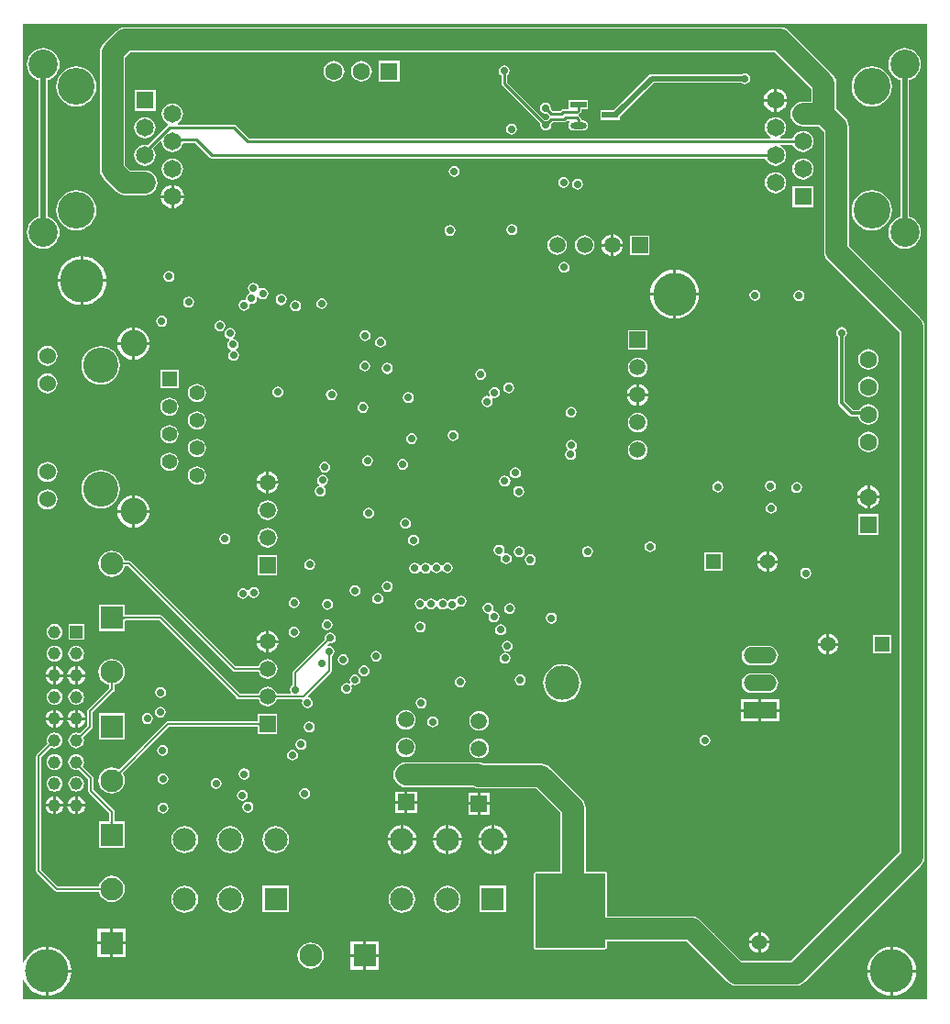
<source format=gbl>
G04*
G04 #@! TF.GenerationSoftware,Altium Limited,Altium Designer,20.0.13 (296)*
G04*
G04 Layer_Physical_Order=4*
G04 Layer_Color=16711680*
%FSLAX44Y44*%
%MOMM*%
G71*
G01*
G75*
%ADD11C,0.2000*%
%ADD12C,0.3000*%
%ADD13C,0.2500*%
%ADD44R,1.5000X1.5000*%
%ADD108C,0.5000*%
%ADD110C,2.0000*%
%ADD112C,4.0000*%
%ADD113C,2.7000*%
%ADD114C,1.6500*%
%ADD115R,1.6500X1.6500*%
%ADD116C,3.4000*%
%ADD117C,3.2500*%
%ADD118C,2.4450*%
%ADD119C,1.5300*%
%ADD120C,1.3980*%
%ADD121R,1.3980X1.3980*%
%ADD122R,3.0480X1.5240*%
%ADD123O,3.0480X1.5240*%
%ADD124C,3.1750*%
%ADD125C,1.5000*%
%ADD126C,1.4000*%
%ADD127R,1.4000X1.4000*%
%ADD128C,2.1000*%
%ADD129R,2.1000X2.1000*%
%ADD130C,2.1500*%
%ADD131R,2.1500X2.1500*%
%ADD132R,2.1000X2.1000*%
%ADD133R,1.6000X1.6000*%
%ADD134C,1.6000*%
%ADD135C,1.1500*%
%ADD136R,1.1500X1.1500*%
%ADD137R,1.5000X1.5000*%
%ADD138C,0.7000*%
%ADD139O,1.5000X0.6000*%
%ADD140R,1.5000X0.6000*%
G36*
X838441Y3059D02*
X3059D01*
Y21206D01*
X4329Y21394D01*
X4575Y20583D01*
X6668Y16667D01*
X9485Y13235D01*
X12917Y10418D01*
X16833Y8325D01*
X21081Y7036D01*
X24230Y6726D01*
Y29250D01*
Y51774D01*
X21081Y51464D01*
X16833Y50175D01*
X12917Y48082D01*
X9485Y45265D01*
X6668Y41833D01*
X4575Y37917D01*
X4329Y37106D01*
X3059Y37294D01*
Y903441D01*
X838441D01*
X838441Y3059D01*
D02*
G37*
%LPC*%
G36*
X702500Y900349D02*
X702500Y900349D01*
X97716D01*
X97716Y900349D01*
X94714Y899954D01*
X91916Y898795D01*
X89514Y896952D01*
X77798Y885236D01*
X75955Y882834D01*
X74796Y880036D01*
X74401Y877034D01*
X74401Y877034D01*
Y768466D01*
X74401Y768466D01*
X74796Y765464D01*
X75955Y762666D01*
X77798Y760264D01*
X89514Y748548D01*
X91916Y746705D01*
X94714Y745546D01*
X97716Y745151D01*
X97716Y745151D01*
X116000D01*
X116000Y745151D01*
X119002Y745546D01*
X121800Y746705D01*
X124202Y748548D01*
X126045Y750950D01*
X127204Y753748D01*
X127599Y756750D01*
X127204Y759752D01*
X126045Y762550D01*
X124202Y764952D01*
X121800Y766795D01*
X119002Y767954D01*
X116000Y768349D01*
X116000Y768349D01*
X102520D01*
X97599Y773270D01*
Y872230D01*
X102520Y877151D01*
X697695D01*
X731185Y843661D01*
Y831849D01*
X723500D01*
X720498Y831454D01*
X717700Y830295D01*
X715298Y828452D01*
X713455Y826050D01*
X712296Y823252D01*
X711901Y820250D01*
X712296Y817248D01*
X713455Y814450D01*
X715298Y812048D01*
X717700Y810205D01*
X720498Y809046D01*
X723500Y808651D01*
X737980D01*
X742901Y803730D01*
Y693500D01*
X742901Y693500D01*
X743296Y690498D01*
X744455Y687700D01*
X746298Y685298D01*
X812651Y618945D01*
Y139305D01*
X712445Y39099D01*
X666555D01*
X641750Y63904D01*
Y64500D01*
X641154D01*
X629202Y76452D01*
X626800Y78295D01*
X624002Y79454D01*
X621000Y79849D01*
X621000Y79849D01*
X542374D01*
Y119396D01*
X542250Y119695D01*
X542250Y120018D01*
X542022Y120246D01*
X541898Y120545D01*
X541600Y120668D01*
X541371Y120896D01*
X541121Y121000D01*
X540798Y121000D01*
X540500Y121124D01*
X522849D01*
Y180000D01*
X522849Y180000D01*
X522454Y183002D01*
X521295Y185800D01*
X519452Y188202D01*
X519452Y188202D01*
X490102Y217552D01*
X487700Y219395D01*
X484902Y220554D01*
X481900Y220949D01*
X481900Y220949D01*
X428174D01*
X426352Y221704D01*
X423350Y222099D01*
X423350Y222099D01*
X357000D01*
X353998Y221704D01*
X351200Y220545D01*
X348798Y218702D01*
X346955Y216300D01*
X345796Y213502D01*
X345401Y210500D01*
X345796Y207498D01*
X346955Y204700D01*
X348798Y202298D01*
X351200Y200455D01*
X353998Y199296D01*
X357000Y198901D01*
X419676D01*
X421498Y198146D01*
X424500Y197751D01*
X424500Y197751D01*
X477095D01*
X499651Y175195D01*
Y121124D01*
X476500D01*
X475352Y120648D01*
X474876Y119500D01*
Y50750D01*
X475352Y49602D01*
X476500Y49126D01*
X540500D01*
X541648Y49602D01*
X541898Y49852D01*
X542374Y51000D01*
Y56651D01*
X616195D01*
X624750Y48096D01*
Y47500D01*
X625346D01*
X653548Y19298D01*
X653548Y19298D01*
X655950Y17455D01*
X658748Y16296D01*
X661750Y15901D01*
X661750Y15901D01*
X717250D01*
X717250Y15901D01*
X720252Y16296D01*
X723050Y17455D01*
X725452Y19298D01*
X832452Y126298D01*
X832452Y126298D01*
X834295Y128700D01*
X835454Y131498D01*
X835849Y134500D01*
X835849Y134500D01*
Y623750D01*
X835849Y623750D01*
X835454Y626752D01*
X834295Y629550D01*
X832452Y631952D01*
X832452Y631952D01*
X766099Y698305D01*
Y808534D01*
X766099Y808534D01*
X765704Y811536D01*
X764545Y814334D01*
X762702Y816736D01*
X754383Y825055D01*
Y848465D01*
X754383Y848466D01*
X753988Y851468D01*
X752830Y854265D01*
X750986Y856668D01*
X750986Y856668D01*
X710702Y896952D01*
X708300Y898795D01*
X705502Y899954D01*
X704107Y900138D01*
X702500Y900349D01*
D02*
G37*
G36*
X350900Y869250D02*
X331900D01*
Y850250D01*
X350900D01*
Y869250D01*
D02*
G37*
G36*
X316000Y869332D02*
X313520Y869006D01*
X311209Y868048D01*
X309224Y866525D01*
X307702Y864541D01*
X306744Y862230D01*
X306418Y859750D01*
X306744Y857270D01*
X307702Y854959D01*
X309224Y852974D01*
X311209Y851452D01*
X313520Y850495D01*
X316000Y850168D01*
X318480Y850495D01*
X320791Y851452D01*
X322775Y852974D01*
X324298Y854959D01*
X325255Y857270D01*
X325582Y859750D01*
X325255Y862230D01*
X324298Y864541D01*
X322775Y866525D01*
X320791Y868048D01*
X318480Y869006D01*
X316000Y869332D01*
D02*
G37*
G36*
X290600D02*
X288120Y869006D01*
X285809Y868048D01*
X283825Y866525D01*
X282302Y864541D01*
X281345Y862230D01*
X281018Y859750D01*
X281345Y857270D01*
X282302Y854959D01*
X283825Y852974D01*
X285809Y851452D01*
X288120Y850495D01*
X290600Y850168D01*
X293080Y850495D01*
X295391Y851452D01*
X297375Y852974D01*
X298898Y854959D01*
X299855Y857270D01*
X300182Y859750D01*
X299855Y862230D01*
X298898Y864541D01*
X297375Y866525D01*
X295391Y868048D01*
X293080Y869006D01*
X290600Y869332D01*
D02*
G37*
G36*
X669750Y858098D02*
X667799Y857710D01*
X666854Y857078D01*
X583750D01*
X582189Y856768D01*
X580866Y855884D01*
X548732Y823750D01*
X536500D01*
Y814750D01*
X554500D01*
Y817982D01*
X585439Y848922D01*
X666854D01*
X667799Y848290D01*
X669750Y847902D01*
X671701Y848290D01*
X673355Y849395D01*
X674460Y851049D01*
X674848Y853000D01*
X674460Y854951D01*
X673355Y856605D01*
X671701Y857710D01*
X669750Y858098D01*
D02*
G37*
G36*
X699370Y843666D02*
Y834220D01*
X708816D01*
X708612Y835767D01*
X707525Y838392D01*
X705796Y840646D01*
X703542Y842375D01*
X700917Y843462D01*
X699370Y843666D01*
D02*
G37*
G36*
X696830Y843666D02*
X695283Y843462D01*
X692658Y842375D01*
X690405Y840646D01*
X688675Y838392D01*
X687588Y835767D01*
X687384Y834220D01*
X696830D01*
Y843666D01*
D02*
G37*
G36*
X787000Y864240D02*
X783373Y863882D01*
X779886Y862824D01*
X776672Y861107D01*
X773855Y858795D01*
X771543Y855978D01*
X769826Y852764D01*
X768768Y849277D01*
X768410Y845650D01*
X768768Y842023D01*
X769826Y838536D01*
X771543Y835322D01*
X773855Y832505D01*
X776672Y830193D01*
X779886Y828476D01*
X783373Y827418D01*
X787000Y827060D01*
X790627Y827418D01*
X794114Y828476D01*
X797328Y830193D01*
X800145Y832505D01*
X802457Y835322D01*
X804174Y838536D01*
X805232Y842023D01*
X805590Y845650D01*
X805232Y849277D01*
X804174Y852764D01*
X802457Y855978D01*
X800145Y858795D01*
X797328Y861107D01*
X794114Y862824D01*
X790627Y863882D01*
X787000Y864240D01*
D02*
G37*
G36*
X52500D02*
X48873Y863882D01*
X45386Y862824D01*
X42172Y861107D01*
X39355Y858795D01*
X37043Y855978D01*
X35326Y852764D01*
X34268Y849277D01*
X33911Y845650D01*
X34268Y842023D01*
X35326Y838536D01*
X37043Y835322D01*
X39355Y832505D01*
X42172Y830193D01*
X45386Y828476D01*
X48873Y827418D01*
X52500Y827060D01*
X56127Y827418D01*
X59614Y828476D01*
X62828Y830193D01*
X65645Y832505D01*
X67957Y835322D01*
X69675Y838536D01*
X70732Y842023D01*
X71090Y845650D01*
X70732Y849277D01*
X69675Y852764D01*
X67957Y855978D01*
X65645Y858795D01*
X62828Y861107D01*
X59614Y862824D01*
X56127Y863882D01*
X52500Y864240D01*
D02*
G37*
G36*
X125750Y842700D02*
X106250D01*
Y823200D01*
X125750D01*
Y842700D01*
D02*
G37*
G36*
X708816Y831680D02*
X699370D01*
Y822234D01*
X700917Y822438D01*
X703542Y823525D01*
X705796Y825255D01*
X707525Y827508D01*
X708612Y830133D01*
X708816Y831680D01*
D02*
G37*
G36*
X696830D02*
X687384D01*
X687588Y830133D01*
X688675Y827508D01*
X690405Y825255D01*
X692658Y823525D01*
X695283Y822438D01*
X696830Y822234D01*
Y831680D01*
D02*
G37*
G36*
X447750Y865098D02*
X445799Y864710D01*
X444145Y863605D01*
X443040Y861951D01*
X442652Y860000D01*
X443040Y858049D01*
X444145Y856395D01*
X444946Y855860D01*
Y848250D01*
X445160Y847177D01*
X445767Y846267D01*
X481090Y810945D01*
X480902Y810000D01*
X481290Y808049D01*
X482395Y806395D01*
X484049Y805290D01*
X486000Y804902D01*
X487951Y805290D01*
X489605Y806395D01*
X490710Y808049D01*
X491098Y810000D01*
X490889Y811049D01*
X492391Y812551D01*
X502770D01*
X503843Y812765D01*
X504753Y813372D01*
X505306Y813926D01*
X507538D01*
X508030Y812656D01*
X507261Y811506D01*
X506912Y809750D01*
X507261Y807994D01*
X508256Y806506D01*
X509744Y805511D01*
X511500Y805162D01*
X520500D01*
X522256Y805511D01*
X523744Y806506D01*
X524739Y807994D01*
X525088Y809750D01*
X524739Y811506D01*
X523744Y812994D01*
X522256Y813989D01*
X520500Y814338D01*
X518804D01*
Y815266D01*
X518590Y816339D01*
X517982Y817248D01*
X516789Y818441D01*
X516626Y819250D01*
X516789Y820059D01*
X517982Y821252D01*
X518590Y822161D01*
X518804Y823234D01*
Y824250D01*
X525000D01*
Y833250D01*
X507000D01*
Y824574D01*
X502057D01*
X500984Y824361D01*
X500075Y823753D01*
X499521Y823199D01*
X492391D01*
X490681Y824910D01*
X490848Y825750D01*
X490460Y827701D01*
X489355Y829355D01*
X487701Y830460D01*
X485750Y830848D01*
X483799Y830460D01*
X482145Y829355D01*
X481040Y827701D01*
X480652Y825750D01*
X481040Y823799D01*
X482145Y822145D01*
X483799Y821040D01*
X485750Y820652D01*
X486799Y820861D01*
X488976Y818684D01*
X489139Y817875D01*
X488976Y817066D01*
X486841Y814931D01*
X486000Y815098D01*
X485055Y814910D01*
X450554Y849411D01*
Y855860D01*
X451355Y856395D01*
X452460Y858049D01*
X452848Y860000D01*
X452460Y861951D01*
X451355Y863605D01*
X449701Y864710D01*
X447750Y865098D01*
D02*
G37*
G36*
X454500Y811348D02*
X452549Y810960D01*
X450895Y809855D01*
X449790Y808201D01*
X449402Y806250D01*
X449790Y804299D01*
X450895Y802645D01*
X452549Y801540D01*
X454500Y801152D01*
X456451Y801540D01*
X458105Y802645D01*
X459210Y804299D01*
X459598Y806250D01*
X459210Y808201D01*
X458105Y809855D01*
X456451Y810960D01*
X454500Y811348D01*
D02*
G37*
G36*
X116000Y817384D02*
X113455Y817049D01*
X111083Y816067D01*
X109046Y814504D01*
X107483Y812467D01*
X106501Y810095D01*
X106166Y807550D01*
X106501Y805005D01*
X107483Y802633D01*
X109046Y800596D01*
X111083Y799033D01*
X113455Y798051D01*
X116000Y797716D01*
X118545Y798051D01*
X120917Y799033D01*
X122954Y800596D01*
X124517Y802633D01*
X125499Y805005D01*
X125834Y807550D01*
X125499Y810095D01*
X124517Y812467D01*
X122954Y814504D01*
X120917Y816067D01*
X118545Y817049D01*
X116000Y817384D01*
D02*
G37*
G36*
X141400Y830084D02*
X138855Y829749D01*
X136483Y828767D01*
X134446Y827204D01*
X132883Y825167D01*
X131901Y822795D01*
X131566Y820250D01*
X131901Y817705D01*
X132883Y815333D01*
X134446Y813296D01*
X136483Y811733D01*
X137189Y811441D01*
X137233Y810048D01*
X136761Y809733D01*
X118639Y791610D01*
X118545Y791649D01*
X116000Y791984D01*
X113455Y791649D01*
X111083Y790667D01*
X109046Y789104D01*
X107483Y787067D01*
X106501Y784695D01*
X106166Y782150D01*
X106501Y779605D01*
X107483Y777233D01*
X109046Y775196D01*
X111083Y773633D01*
X113455Y772651D01*
X116000Y772316D01*
X118545Y772651D01*
X120917Y773633D01*
X122954Y775196D01*
X124517Y777233D01*
X125499Y779605D01*
X125834Y782150D01*
X125499Y784695D01*
X124517Y787067D01*
X123435Y788476D01*
X130435Y795477D01*
X131190Y795104D01*
X131570Y794816D01*
X131901Y792305D01*
X132883Y789933D01*
X134446Y787896D01*
X136483Y786333D01*
X138855Y785351D01*
X141400Y785016D01*
X143945Y785351D01*
X146317Y786333D01*
X148354Y787896D01*
X149917Y789933D01*
X150899Y792305D01*
X151090Y793758D01*
X162277D01*
X175867Y780167D01*
X176777Y779560D01*
X177850Y779346D01*
X177850Y779346D01*
X688708D01*
X689583Y777233D01*
X691146Y775196D01*
X693183Y773633D01*
X695555Y772651D01*
X698100Y772316D01*
X700645Y772651D01*
X703017Y773633D01*
X705054Y775196D01*
X706617Y777233D01*
X707599Y779605D01*
X707934Y782150D01*
X707599Y784695D01*
X706617Y787067D01*
X705054Y789104D01*
X703017Y790667D01*
X702753Y790776D01*
X703005Y792046D01*
X714108D01*
X714983Y789933D01*
X716546Y787896D01*
X718583Y786333D01*
X720955Y785351D01*
X723500Y785016D01*
X726045Y785351D01*
X728417Y786333D01*
X730454Y787896D01*
X732017Y789933D01*
X732999Y792305D01*
X733334Y794850D01*
X732999Y797395D01*
X732017Y799767D01*
X730454Y801804D01*
X728417Y803367D01*
X726045Y804349D01*
X723500Y804684D01*
X720955Y804349D01*
X718583Y803367D01*
X716546Y801804D01*
X714983Y799767D01*
X714108Y797654D01*
X703005D01*
X702753Y798924D01*
X703017Y799033D01*
X705054Y800596D01*
X706617Y802633D01*
X707599Y805005D01*
X707934Y807550D01*
X707599Y810095D01*
X706617Y812467D01*
X705054Y814504D01*
X703017Y816067D01*
X700645Y817049D01*
X698100Y817384D01*
X695555Y817049D01*
X693183Y816067D01*
X691146Y814504D01*
X689583Y812467D01*
X688601Y810095D01*
X688266Y807550D01*
X688601Y805005D01*
X689583Y802633D01*
X691146Y800596D01*
X693183Y799033D01*
X693447Y798924D01*
X693195Y797654D01*
X212311D01*
X200233Y809733D01*
X199323Y810340D01*
X198250Y810554D01*
X146788D01*
X146439Y811428D01*
X146435Y811824D01*
X148354Y813296D01*
X149917Y815333D01*
X150899Y817705D01*
X151234Y820250D01*
X150899Y822795D01*
X149917Y825167D01*
X148354Y827204D01*
X146317Y828767D01*
X143945Y829749D01*
X141400Y830084D01*
D02*
G37*
G36*
X401500Y772348D02*
X399549Y771960D01*
X397895Y770855D01*
X396790Y769201D01*
X396402Y767250D01*
X396790Y765299D01*
X397895Y763645D01*
X399549Y762540D01*
X401500Y762152D01*
X403451Y762540D01*
X405105Y763645D01*
X406210Y765299D01*
X406598Y767250D01*
X406210Y769201D01*
X405105Y770855D01*
X403451Y771960D01*
X401500Y772348D01*
D02*
G37*
G36*
X723500Y779284D02*
X720955Y778949D01*
X718583Y777967D01*
X716546Y776404D01*
X714983Y774367D01*
X714001Y771995D01*
X713666Y769450D01*
X714001Y766905D01*
X714983Y764533D01*
X716546Y762496D01*
X718583Y760933D01*
X720955Y759951D01*
X723500Y759616D01*
X726045Y759951D01*
X728417Y760933D01*
X730454Y762496D01*
X732017Y764533D01*
X732999Y766905D01*
X733334Y769450D01*
X732999Y771995D01*
X732017Y774367D01*
X730454Y776404D01*
X728417Y777967D01*
X726045Y778949D01*
X723500Y779284D01*
D02*
G37*
G36*
X141400D02*
X138855Y778949D01*
X136483Y777967D01*
X134446Y776404D01*
X132883Y774367D01*
X131901Y771995D01*
X131566Y769450D01*
X131901Y766905D01*
X132883Y764533D01*
X134446Y762496D01*
X136483Y760933D01*
X138855Y759951D01*
X141400Y759616D01*
X143945Y759951D01*
X146317Y760933D01*
X148354Y762496D01*
X149917Y764533D01*
X150899Y766905D01*
X151234Y769450D01*
X150899Y771995D01*
X149917Y774367D01*
X148354Y776404D01*
X146317Y777967D01*
X143945Y778949D01*
X141400Y779284D01*
D02*
G37*
G36*
X502500Y762098D02*
X500549Y761710D01*
X498895Y760605D01*
X497790Y758951D01*
X497402Y757000D01*
X497790Y755049D01*
X498895Y753395D01*
X500549Y752290D01*
X502500Y751902D01*
X504451Y752290D01*
X506105Y753395D01*
X507210Y755049D01*
X507598Y757000D01*
X507210Y758951D01*
X506105Y760605D01*
X504451Y761710D01*
X502500Y762098D01*
D02*
G37*
G36*
X515500Y760598D02*
X513549Y760210D01*
X511895Y759105D01*
X510790Y757451D01*
X510402Y755500D01*
X510790Y753549D01*
X511895Y751895D01*
X513549Y750790D01*
X515500Y750402D01*
X517451Y750790D01*
X519105Y751895D01*
X520210Y753549D01*
X520598Y755500D01*
X520210Y757451D01*
X519105Y759105D01*
X517451Y760210D01*
X515500Y760598D01*
D02*
G37*
G36*
X698100Y766584D02*
X695555Y766249D01*
X693183Y765267D01*
X691146Y763704D01*
X689583Y761667D01*
X688601Y759295D01*
X688266Y756750D01*
X688601Y754205D01*
X689583Y751833D01*
X691146Y749796D01*
X693183Y748233D01*
X695555Y747251D01*
X698100Y746916D01*
X700645Y747251D01*
X703017Y748233D01*
X705054Y749796D01*
X706617Y751833D01*
X707599Y754205D01*
X707934Y756750D01*
X707599Y759295D01*
X706617Y761667D01*
X705054Y763704D01*
X703017Y765267D01*
X700645Y766249D01*
X698100Y766584D01*
D02*
G37*
G36*
X142670Y754766D02*
Y745320D01*
X152116D01*
X151912Y746867D01*
X150825Y749492D01*
X149095Y751746D01*
X146842Y753475D01*
X144217Y754562D01*
X142670Y754766D01*
D02*
G37*
G36*
X140130D02*
X138583Y754562D01*
X135958Y753475D01*
X133705Y751746D01*
X131975Y749492D01*
X130888Y746867D01*
X130684Y745320D01*
X140130D01*
Y754766D01*
D02*
G37*
G36*
X733250Y753800D02*
X713750D01*
Y734300D01*
X733250D01*
Y753800D01*
D02*
G37*
G36*
X140130Y742780D02*
X130684D01*
X130888Y741233D01*
X131975Y738608D01*
X133705Y736355D01*
X135958Y734625D01*
X138583Y733538D01*
X140130Y733334D01*
Y742780D01*
D02*
G37*
G36*
X152116D02*
X142670D01*
Y733334D01*
X144217Y733538D01*
X146842Y734625D01*
X149095Y736355D01*
X150825Y738608D01*
X151912Y741233D01*
X152116Y742780D01*
D02*
G37*
G36*
X787000Y749939D02*
X783373Y749582D01*
X779886Y748524D01*
X776672Y746807D01*
X773855Y744495D01*
X771543Y741678D01*
X769826Y738464D01*
X768768Y734977D01*
X768410Y731350D01*
X768768Y727723D01*
X769826Y724236D01*
X771543Y721022D01*
X773855Y718205D01*
X776672Y715893D01*
X779886Y714176D01*
X783373Y713118D01*
X787000Y712760D01*
X790627Y713118D01*
X794114Y714176D01*
X797328Y715893D01*
X800145Y718205D01*
X802457Y721022D01*
X804174Y724236D01*
X805232Y727723D01*
X805590Y731350D01*
X805232Y734977D01*
X804174Y738464D01*
X802457Y741678D01*
X800145Y744495D01*
X797328Y746807D01*
X794114Y748524D01*
X790627Y749582D01*
X787000Y749939D01*
D02*
G37*
G36*
X52500D02*
X48873Y749582D01*
X45386Y748524D01*
X42172Y746807D01*
X39355Y744495D01*
X37043Y741678D01*
X35326Y738464D01*
X34268Y734977D01*
X33911Y731350D01*
X34268Y727723D01*
X35326Y724236D01*
X37043Y721022D01*
X39355Y718205D01*
X42172Y715893D01*
X45386Y714176D01*
X48873Y713118D01*
X52500Y712760D01*
X56127Y713118D01*
X59614Y714176D01*
X62828Y715893D01*
X65645Y718205D01*
X67957Y721022D01*
X69675Y724236D01*
X70732Y727723D01*
X71090Y731350D01*
X70732Y734977D01*
X69675Y738464D01*
X67957Y741678D01*
X65645Y744495D01*
X62828Y746807D01*
X59614Y748524D01*
X56127Y749582D01*
X52500Y749939D01*
D02*
G37*
G36*
X455000Y718598D02*
X453049Y718210D01*
X451395Y717105D01*
X450290Y715451D01*
X449902Y713500D01*
X450290Y711549D01*
X451395Y709895D01*
X453049Y708790D01*
X455000Y708402D01*
X456951Y708790D01*
X458605Y709895D01*
X459710Y711549D01*
X460098Y713500D01*
X459710Y715451D01*
X458605Y717105D01*
X456951Y718210D01*
X455000Y718598D01*
D02*
G37*
G36*
X397500Y717848D02*
X395549Y717460D01*
X393895Y716355D01*
X392790Y714701D01*
X392402Y712750D01*
X392790Y710799D01*
X393895Y709145D01*
X395549Y708040D01*
X397500Y707652D01*
X399451Y708040D01*
X401105Y709145D01*
X402210Y710799D01*
X402598Y712750D01*
X402210Y714701D01*
X401105Y716355D01*
X399451Y717460D01*
X397500Y717848D01*
D02*
G37*
G36*
X548670Y709209D02*
Y700520D01*
X557359D01*
X557182Y701871D01*
X556170Y704313D01*
X554561Y706411D01*
X552463Y708020D01*
X550021Y709032D01*
X548670Y709209D01*
D02*
G37*
G36*
X546130D02*
X544779Y709032D01*
X542337Y708020D01*
X540239Y706411D01*
X538630Y704313D01*
X537618Y701871D01*
X537441Y700520D01*
X546130D01*
Y709209D01*
D02*
G37*
G36*
X817500Y881073D02*
X814559Y880783D01*
X811732Y879925D01*
X809126Y878532D01*
X806842Y876658D01*
X804968Y874374D01*
X803575Y871768D01*
X802717Y868941D01*
X802427Y866000D01*
X802717Y863059D01*
X803575Y860232D01*
X804968Y857626D01*
X806842Y855342D01*
X809126Y853468D01*
X811732Y852075D01*
X813422Y851562D01*
Y752000D01*
Y725438D01*
X811732Y724925D01*
X809126Y723532D01*
X806842Y721658D01*
X804968Y719374D01*
X803575Y716768D01*
X802717Y713941D01*
X802427Y711000D01*
X802717Y708059D01*
X803575Y705232D01*
X804968Y702626D01*
X806842Y700342D01*
X809126Y698468D01*
X811732Y697075D01*
X814559Y696217D01*
X817500Y695928D01*
X820441Y696217D01*
X823268Y697075D01*
X825874Y698468D01*
X828158Y700342D01*
X830032Y702626D01*
X831425Y705232D01*
X832283Y708059D01*
X832573Y711000D01*
X832283Y713941D01*
X831425Y716768D01*
X830032Y719374D01*
X828158Y721658D01*
X825874Y723532D01*
X823268Y724925D01*
X821578Y725438D01*
Y752000D01*
Y851562D01*
X823268Y852075D01*
X825874Y853468D01*
X828158Y855342D01*
X830032Y857626D01*
X831425Y860232D01*
X832283Y863059D01*
X832573Y866000D01*
X832283Y868941D01*
X831425Y871768D01*
X830032Y874374D01*
X828158Y876658D01*
X825874Y878532D01*
X823268Y879925D01*
X820441Y880783D01*
X817500Y881073D01*
D02*
G37*
G36*
X22000D02*
X19059Y880783D01*
X16232Y879925D01*
X13626Y878532D01*
X11342Y876658D01*
X9468Y874374D01*
X8075Y871768D01*
X7217Y868941D01*
X6927Y866000D01*
X7217Y863059D01*
X8075Y860232D01*
X9468Y857626D01*
X11342Y855342D01*
X13626Y853468D01*
X16232Y852075D01*
X17922Y851562D01*
Y725438D01*
X16232Y724925D01*
X13626Y723532D01*
X11342Y721658D01*
X9468Y719374D01*
X8075Y716768D01*
X7217Y713941D01*
X6927Y711000D01*
X7217Y708059D01*
X8075Y705232D01*
X9468Y702626D01*
X11342Y700342D01*
X13626Y698468D01*
X16232Y697075D01*
X19059Y696217D01*
X22000Y695928D01*
X24941Y696217D01*
X27768Y697075D01*
X30374Y698468D01*
X32658Y700342D01*
X34532Y702626D01*
X35925Y705232D01*
X36783Y708059D01*
X37073Y711000D01*
X36783Y713941D01*
X35925Y716768D01*
X34532Y719374D01*
X32658Y721658D01*
X30374Y723532D01*
X27768Y724925D01*
X26078Y725438D01*
Y851562D01*
X27768Y852075D01*
X30374Y853468D01*
X32658Y855342D01*
X34532Y857626D01*
X35925Y860232D01*
X36783Y863059D01*
X37073Y866000D01*
X36783Y868941D01*
X35925Y871768D01*
X34532Y874374D01*
X32658Y876658D01*
X30374Y878532D01*
X27768Y879925D01*
X24941Y880783D01*
X22000Y881073D01*
D02*
G37*
G36*
X581800Y708250D02*
X563800D01*
Y690250D01*
X581800D01*
Y708250D01*
D02*
G37*
G36*
X522000Y708328D02*
X519650Y708018D01*
X517461Y707112D01*
X515581Y705669D01*
X514138Y703789D01*
X513232Y701600D01*
X512922Y699250D01*
X513232Y696900D01*
X514138Y694711D01*
X515581Y692831D01*
X517461Y691389D01*
X519650Y690482D01*
X522000Y690172D01*
X524350Y690482D01*
X526539Y691389D01*
X528419Y692831D01*
X529861Y694711D01*
X530768Y696900D01*
X531078Y699250D01*
X530768Y701600D01*
X529861Y703789D01*
X528419Y705669D01*
X526539Y707112D01*
X524350Y708018D01*
X522000Y708328D01*
D02*
G37*
G36*
X496600D02*
X494250Y708018D01*
X492061Y707112D01*
X490181Y705669D01*
X488739Y703789D01*
X487832Y701600D01*
X487522Y699250D01*
X487832Y696900D01*
X488739Y694711D01*
X490181Y692831D01*
X492061Y691389D01*
X494250Y690482D01*
X496600Y690172D01*
X498950Y690482D01*
X501139Y691389D01*
X503019Y692831D01*
X504461Y694711D01*
X505368Y696900D01*
X505678Y699250D01*
X505368Y701600D01*
X504461Y703789D01*
X503019Y705669D01*
X501139Y707112D01*
X498950Y708018D01*
X496600Y708328D01*
D02*
G37*
G36*
X557359Y697980D02*
X548670D01*
Y689291D01*
X550021Y689468D01*
X552463Y690480D01*
X554561Y692089D01*
X556170Y694187D01*
X557182Y696629D01*
X557359Y697980D01*
D02*
G37*
G36*
X546130D02*
X537441D01*
X537618Y696629D01*
X538630Y694187D01*
X540239Y692089D01*
X542337Y690480D01*
X544779Y689468D01*
X546130Y689291D01*
Y697980D01*
D02*
G37*
G36*
X503000Y683848D02*
X501049Y683460D01*
X499395Y682355D01*
X498290Y680701D01*
X497902Y678750D01*
X498290Y676799D01*
X499395Y675145D01*
X501049Y674040D01*
X503000Y673652D01*
X504951Y674040D01*
X506605Y675145D01*
X507710Y676799D01*
X508098Y678750D01*
X507710Y680701D01*
X506605Y682355D01*
X504951Y683460D01*
X503000Y683848D01*
D02*
G37*
G36*
X59020Y689024D02*
Y667770D01*
X80274D01*
X79964Y670919D01*
X78675Y675167D01*
X76582Y679083D01*
X73765Y682515D01*
X70333Y685332D01*
X66417Y687425D01*
X62169Y688714D01*
X59020Y689024D01*
D02*
G37*
G36*
X56480D02*
X53331Y688714D01*
X49083Y687425D01*
X45167Y685332D01*
X41735Y682515D01*
X38918Y679083D01*
X36825Y675167D01*
X35536Y670919D01*
X35226Y667770D01*
X56480D01*
Y689024D01*
D02*
G37*
G36*
X138250Y675348D02*
X136299Y674960D01*
X134645Y673855D01*
X133540Y672201D01*
X133152Y670250D01*
X133540Y668299D01*
X134645Y666645D01*
X136299Y665540D01*
X138250Y665152D01*
X140201Y665540D01*
X141855Y666645D01*
X142960Y668299D01*
X143348Y670250D01*
X142960Y672201D01*
X141855Y673855D01*
X140201Y674960D01*
X138250Y675348D01*
D02*
G37*
G36*
X606270Y676524D02*
Y655270D01*
X627524D01*
X627214Y658419D01*
X625925Y662667D01*
X623832Y666583D01*
X621015Y670015D01*
X617583Y672832D01*
X613667Y674925D01*
X609419Y676214D01*
X606270Y676524D01*
D02*
G37*
G36*
X603730D02*
X600581Y676214D01*
X596333Y674925D01*
X592417Y672832D01*
X588985Y670015D01*
X586168Y666583D01*
X584075Y662667D01*
X582786Y658419D01*
X582476Y655270D01*
X603730D01*
Y676524D01*
D02*
G37*
G36*
X216250Y664598D02*
X214299Y664210D01*
X212645Y663105D01*
X211540Y661451D01*
X211152Y659500D01*
X211540Y657549D01*
X212569Y656009D01*
X212562Y655532D01*
X212341Y654571D01*
X210895Y653605D01*
X209790Y651951D01*
X209402Y650000D01*
X209451Y649755D01*
X208371Y648675D01*
X207500Y648848D01*
X205549Y648460D01*
X203895Y647355D01*
X202790Y645701D01*
X202402Y643750D01*
X202790Y641799D01*
X203895Y640145D01*
X205549Y639040D01*
X207500Y638652D01*
X209451Y639040D01*
X211105Y640145D01*
X212210Y641799D01*
X212598Y643750D01*
X212549Y643995D01*
X213629Y645075D01*
X214500Y644902D01*
X216451Y645290D01*
X218105Y646395D01*
X219210Y648049D01*
X219598Y650000D01*
X219344Y651277D01*
X220540Y651773D01*
X221145Y650867D01*
X222799Y649762D01*
X224750Y649374D01*
X226701Y649762D01*
X228355Y650867D01*
X229460Y652521D01*
X229848Y654472D01*
X229460Y656423D01*
X228355Y658077D01*
X226701Y659182D01*
X224750Y659570D01*
X222799Y659182D01*
X222546Y659013D01*
X221998Y659236D01*
X221306Y659712D01*
X220960Y661451D01*
X219855Y663105D01*
X218201Y664210D01*
X216250Y664598D01*
D02*
G37*
G36*
X679250Y658098D02*
X677299Y657710D01*
X675645Y656605D01*
X674540Y654951D01*
X674152Y653000D01*
X674540Y651049D01*
X675645Y649395D01*
X677299Y648290D01*
X679250Y647902D01*
X681201Y648290D01*
X682855Y649395D01*
X683960Y651049D01*
X684348Y653000D01*
X683960Y654951D01*
X682855Y656605D01*
X681201Y657710D01*
X679250Y658098D01*
D02*
G37*
G36*
X720000Y657598D02*
X718049Y657210D01*
X716395Y656105D01*
X715290Y654451D01*
X714902Y652500D01*
X715290Y650549D01*
X716395Y648895D01*
X718049Y647790D01*
X720000Y647402D01*
X721951Y647790D01*
X723605Y648895D01*
X724710Y650549D01*
X725098Y652500D01*
X724710Y654451D01*
X723605Y656105D01*
X721951Y657210D01*
X720000Y657598D01*
D02*
G37*
G36*
X80274Y665230D02*
X59020D01*
Y643976D01*
X62169Y644286D01*
X66417Y645575D01*
X70333Y647668D01*
X73765Y650485D01*
X76582Y653917D01*
X78675Y657833D01*
X79964Y662081D01*
X80274Y665230D01*
D02*
G37*
G36*
X56480D02*
X35226D01*
X35536Y662081D01*
X36825Y657833D01*
X38918Y653917D01*
X41735Y650485D01*
X45167Y647668D01*
X49083Y645575D01*
X53331Y644286D01*
X56480Y643976D01*
Y665230D01*
D02*
G37*
G36*
X241750Y654098D02*
X239799Y653710D01*
X238145Y652605D01*
X237040Y650951D01*
X236652Y649000D01*
X237040Y647049D01*
X238145Y645395D01*
X239799Y644290D01*
X241750Y643902D01*
X243701Y644290D01*
X245355Y645395D01*
X246460Y647049D01*
X246848Y649000D01*
X246460Y650951D01*
X245355Y652605D01*
X243701Y653710D01*
X241750Y654098D01*
D02*
G37*
G36*
X156375Y651598D02*
X154424Y651210D01*
X152770Y650105D01*
X151665Y648451D01*
X151277Y646500D01*
X151665Y644549D01*
X152770Y642895D01*
X154424Y641790D01*
X156375Y641402D01*
X158326Y641790D01*
X159980Y642895D01*
X161085Y644549D01*
X161473Y646500D01*
X161085Y648451D01*
X159980Y650105D01*
X158326Y651210D01*
X156375Y651598D01*
D02*
G37*
G36*
X279250Y650348D02*
X277299Y649960D01*
X275645Y648855D01*
X274540Y647201D01*
X274152Y645250D01*
X274540Y643299D01*
X275645Y641645D01*
X277299Y640540D01*
X279250Y640152D01*
X281201Y640540D01*
X282855Y641645D01*
X283960Y643299D01*
X284348Y645250D01*
X283960Y647201D01*
X282855Y648855D01*
X281201Y649960D01*
X279250Y650348D01*
D02*
G37*
G36*
X255000Y648348D02*
X253049Y647960D01*
X251395Y646855D01*
X250290Y645201D01*
X249902Y643250D01*
X250290Y641299D01*
X251395Y639645D01*
X253049Y638540D01*
X255000Y638152D01*
X256951Y638540D01*
X258605Y639645D01*
X259710Y641299D01*
X260098Y643250D01*
X259710Y645201D01*
X258605Y646855D01*
X256951Y647960D01*
X255000Y648348D01*
D02*
G37*
G36*
X627524Y652730D02*
X606270D01*
Y631476D01*
X609419Y631786D01*
X613667Y633075D01*
X617583Y635168D01*
X621015Y637985D01*
X623832Y641417D01*
X625925Y645333D01*
X627214Y649581D01*
X627524Y652730D01*
D02*
G37*
G36*
X603730D02*
X582476D01*
X582786Y649581D01*
X584075Y645333D01*
X586168Y641417D01*
X588985Y637985D01*
X592417Y635168D01*
X596333Y633075D01*
X600581Y631786D01*
X603730Y631476D01*
Y652730D01*
D02*
G37*
G36*
X131500Y634170D02*
X129549Y633782D01*
X127895Y632677D01*
X126790Y631023D01*
X126402Y629072D01*
X126790Y627122D01*
X127895Y625468D01*
X129549Y624362D01*
X131500Y623974D01*
X133451Y624362D01*
X135105Y625468D01*
X136210Y627122D01*
X136598Y629072D01*
X136210Y631023D01*
X135105Y632677D01*
X133451Y633782D01*
X131500Y634170D01*
D02*
G37*
G36*
X185250Y629848D02*
X183299Y629460D01*
X181645Y628355D01*
X180540Y626701D01*
X180152Y624750D01*
X180540Y622799D01*
X181645Y621145D01*
X183299Y620040D01*
X185250Y619652D01*
X187201Y620040D01*
X188855Y621145D01*
X189960Y622799D01*
X190348Y624750D01*
X189960Y626701D01*
X188855Y628355D01*
X187201Y629460D01*
X185250Y629848D01*
D02*
G37*
G36*
X319250Y620848D02*
X317299Y620460D01*
X315645Y619355D01*
X314540Y617701D01*
X314152Y615750D01*
X314540Y613799D01*
X315645Y612145D01*
X317299Y611040D01*
X319250Y610652D01*
X321201Y611040D01*
X322855Y612145D01*
X323960Y613799D01*
X324348Y615750D01*
X323960Y617701D01*
X322855Y619355D01*
X321201Y620460D01*
X319250Y620848D01*
D02*
G37*
G36*
X106770Y623161D02*
Y609720D01*
X120211D01*
X120051Y611344D01*
X119207Y614128D01*
X117836Y616693D01*
X115991Y618941D01*
X113743Y620786D01*
X111178Y622157D01*
X108394Y623001D01*
X106770Y623161D01*
D02*
G37*
G36*
X104230D02*
X102605Y623001D01*
X99822Y622157D01*
X97257Y620786D01*
X95009Y618941D01*
X93164Y616693D01*
X91793Y614128D01*
X90949Y611344D01*
X90789Y609720D01*
X104230D01*
Y623161D01*
D02*
G37*
G36*
X333500Y614848D02*
X331549Y614460D01*
X329895Y613355D01*
X328790Y611701D01*
X328402Y609750D01*
X328790Y607799D01*
X329895Y606145D01*
X331549Y605040D01*
X333500Y604652D01*
X335451Y605040D01*
X337105Y606145D01*
X338210Y607799D01*
X338598Y609750D01*
X338210Y611701D01*
X337105Y613355D01*
X335451Y614460D01*
X333500Y614848D01*
D02*
G37*
G36*
X580000Y620900D02*
X562000D01*
Y602900D01*
X580000D01*
Y620900D01*
D02*
G37*
G36*
X120211Y607180D02*
X106770D01*
Y593739D01*
X108394Y593899D01*
X111178Y594743D01*
X113743Y596114D01*
X115991Y597959D01*
X117836Y600207D01*
X119207Y602772D01*
X120051Y605556D01*
X120211Y607180D01*
D02*
G37*
G36*
X104230D02*
X90789D01*
X90949Y605556D01*
X91793Y602772D01*
X93164Y600207D01*
X95009Y597959D01*
X97257Y596114D01*
X99822Y594743D01*
X102605Y593899D01*
X104230Y593739D01*
Y607180D01*
D02*
G37*
G36*
X194500Y622848D02*
X192549Y622460D01*
X190895Y621355D01*
X189790Y619701D01*
X189402Y617750D01*
X189790Y615799D01*
X190895Y614145D01*
X192549Y613040D01*
X193864Y612779D01*
X194132Y611430D01*
X193645Y611105D01*
X192540Y609451D01*
X192152Y607500D01*
X192540Y605549D01*
X193645Y603895D01*
X194965Y603013D01*
X195125Y601909D01*
X195053Y601544D01*
X194395Y601105D01*
X193290Y599451D01*
X192902Y597500D01*
X193290Y595549D01*
X194395Y593895D01*
X196049Y592790D01*
X198000Y592402D01*
X199951Y592790D01*
X201605Y593895D01*
X202710Y595549D01*
X203098Y597500D01*
X202710Y599451D01*
X201605Y601105D01*
X200285Y601987D01*
X200125Y603091D01*
X200197Y603456D01*
X200855Y603895D01*
X201960Y605549D01*
X202348Y607500D01*
X201960Y609451D01*
X200855Y611105D01*
X199201Y612210D01*
X197886Y612472D01*
X197618Y613820D01*
X198105Y614145D01*
X199210Y615799D01*
X199598Y617750D01*
X199210Y619701D01*
X198105Y621355D01*
X196451Y622460D01*
X194500Y622848D01*
D02*
G37*
G36*
X26000Y606479D02*
X23611Y606165D01*
X21386Y605243D01*
X19474Y603776D01*
X18008Y601865D01*
X17085Y599639D01*
X16771Y597250D01*
X17085Y594861D01*
X18008Y592635D01*
X19474Y590724D01*
X21386Y589258D01*
X23611Y588336D01*
X26000Y588021D01*
X28389Y588336D01*
X30615Y589258D01*
X32526Y590724D01*
X33993Y592635D01*
X34915Y594861D01*
X35229Y597250D01*
X34915Y599639D01*
X33993Y601865D01*
X32526Y603776D01*
X30615Y605243D01*
X28389Y606165D01*
X26000Y606479D01*
D02*
G37*
G36*
X784000Y603532D02*
X781520Y603205D01*
X779209Y602248D01*
X777225Y600725D01*
X775702Y598741D01*
X774745Y596430D01*
X774418Y593950D01*
X774745Y591470D01*
X775702Y589159D01*
X777225Y587174D01*
X779209Y585652D01*
X781520Y584695D01*
X784000Y584368D01*
X786480Y584695D01*
X788791Y585652D01*
X790776Y587174D01*
X792298Y589159D01*
X793255Y591470D01*
X793582Y593950D01*
X793255Y596430D01*
X792298Y598741D01*
X790776Y600725D01*
X788791Y602248D01*
X786480Y603205D01*
X784000Y603532D01*
D02*
G37*
G36*
X319000Y592848D02*
X317049Y592460D01*
X315395Y591355D01*
X314290Y589701D01*
X313902Y587750D01*
X314290Y585799D01*
X315395Y584145D01*
X317049Y583040D01*
X319000Y582652D01*
X320951Y583040D01*
X322605Y584145D01*
X323710Y585799D01*
X324098Y587750D01*
X323710Y589701D01*
X322605Y591355D01*
X320951Y592460D01*
X319000Y592848D01*
D02*
G37*
G36*
X339750Y590598D02*
X337799Y590210D01*
X336145Y589105D01*
X335040Y587451D01*
X334652Y585500D01*
X335040Y583549D01*
X336145Y581895D01*
X337799Y580790D01*
X339750Y580402D01*
X341701Y580790D01*
X343355Y581895D01*
X344460Y583549D01*
X344848Y585500D01*
X344460Y587451D01*
X343355Y589105D01*
X341701Y590210D01*
X339750Y590598D01*
D02*
G37*
G36*
X571000Y595578D02*
X568651Y595268D01*
X566461Y594361D01*
X564581Y592919D01*
X563139Y591039D01*
X562232Y588849D01*
X561922Y586500D01*
X562232Y584151D01*
X563139Y581961D01*
X564581Y580081D01*
X566461Y578638D01*
X568651Y577732D01*
X571000Y577422D01*
X573349Y577732D01*
X575539Y578638D01*
X577419Y580081D01*
X578862Y581961D01*
X579768Y584151D01*
X580078Y586500D01*
X579768Y588849D01*
X578862Y591039D01*
X577419Y592919D01*
X575539Y594361D01*
X573349Y595268D01*
X571000Y595578D01*
D02*
G37*
G36*
X426000Y585098D02*
X424049Y584710D01*
X422395Y583605D01*
X421290Y581951D01*
X420902Y580000D01*
X421290Y578049D01*
X422395Y576395D01*
X424049Y575290D01*
X426000Y574902D01*
X427951Y575290D01*
X429605Y576395D01*
X430710Y578049D01*
X431098Y580000D01*
X430710Y581951D01*
X429605Y583605D01*
X427951Y584710D01*
X426000Y585098D01*
D02*
G37*
G36*
X75000Y605986D02*
X71520Y605643D01*
X68175Y604628D01*
X65091Y602980D01*
X62388Y600762D01*
X60170Y598059D01*
X58522Y594976D01*
X57507Y591630D01*
X57164Y588150D01*
X57507Y584670D01*
X58522Y581325D01*
X60170Y578241D01*
X62388Y575538D01*
X65091Y573320D01*
X68175Y571672D01*
X71520Y570657D01*
X75000Y570314D01*
X78480Y570657D01*
X81826Y571672D01*
X84909Y573320D01*
X87612Y575538D01*
X89830Y578241D01*
X91478Y581325D01*
X92493Y584670D01*
X92836Y588150D01*
X92493Y591630D01*
X91478Y594976D01*
X89830Y598059D01*
X87612Y600762D01*
X84909Y602980D01*
X81826Y604628D01*
X78480Y605643D01*
X75000Y605986D01*
D02*
G37*
G36*
X146990Y583990D02*
X130010D01*
Y567010D01*
X146990D01*
Y583990D01*
D02*
G37*
G36*
X26000Y581079D02*
X23611Y580765D01*
X21386Y579842D01*
X19474Y578376D01*
X18008Y576465D01*
X17085Y574239D01*
X16771Y571850D01*
X17085Y569461D01*
X18008Y567235D01*
X19474Y565324D01*
X21386Y563857D01*
X23611Y562936D01*
X26000Y562621D01*
X28389Y562936D01*
X30615Y563857D01*
X32526Y565324D01*
X33993Y567235D01*
X34915Y569461D01*
X35229Y571850D01*
X34915Y574239D01*
X33993Y576465D01*
X32526Y578376D01*
X30615Y579842D01*
X28389Y580765D01*
X26000Y581079D01*
D02*
G37*
G36*
X452000Y572598D02*
X450049Y572210D01*
X448395Y571105D01*
X447290Y569451D01*
X446902Y567500D01*
X447290Y565549D01*
X448395Y563895D01*
X450049Y562790D01*
X452000Y562402D01*
X453951Y562790D01*
X455605Y563895D01*
X456710Y565549D01*
X457098Y567500D01*
X456710Y569451D01*
X455605Y571105D01*
X453951Y572210D01*
X452000Y572598D01*
D02*
G37*
G36*
X572270Y571059D02*
Y562370D01*
X580959D01*
X580782Y563721D01*
X579770Y566163D01*
X578161Y568261D01*
X576063Y569870D01*
X573621Y570882D01*
X572270Y571059D01*
D02*
G37*
G36*
X569730Y571059D02*
X568379Y570882D01*
X565937Y569870D01*
X563839Y568261D01*
X562230Y566163D01*
X561218Y563721D01*
X561041Y562370D01*
X569730D01*
Y571059D01*
D02*
G37*
G36*
X438750Y568348D02*
X436799Y567960D01*
X435145Y566855D01*
X434040Y565201D01*
X433652Y563250D01*
X434040Y561299D01*
X434327Y560870D01*
X433517Y559796D01*
X432000Y560098D01*
X430049Y559710D01*
X428395Y558605D01*
X427290Y556951D01*
X426902Y555000D01*
X427290Y553049D01*
X428395Y551395D01*
X430049Y550290D01*
X432000Y549902D01*
X433951Y550290D01*
X435605Y551395D01*
X436710Y553049D01*
X437098Y555000D01*
X436710Y556951D01*
X436423Y557380D01*
X437233Y558454D01*
X438750Y558152D01*
X440701Y558540D01*
X442355Y559645D01*
X443460Y561299D01*
X443848Y563250D01*
X443460Y565201D01*
X442355Y566855D01*
X440701Y567960D01*
X438750Y568348D01*
D02*
G37*
G36*
X784000Y578132D02*
X781520Y577805D01*
X779209Y576848D01*
X777225Y575325D01*
X775702Y573341D01*
X774745Y571030D01*
X774418Y568550D01*
X774745Y566070D01*
X775702Y563759D01*
X777225Y561774D01*
X779209Y560252D01*
X781520Y559295D01*
X784000Y558968D01*
X786480Y559295D01*
X788791Y560252D01*
X790776Y561774D01*
X792298Y563759D01*
X793255Y566070D01*
X793582Y568550D01*
X793255Y571030D01*
X792298Y573341D01*
X790776Y575325D01*
X788791Y576848D01*
X786480Y577805D01*
X784000Y578132D01*
D02*
G37*
G36*
X238750Y568848D02*
X236799Y568460D01*
X235145Y567355D01*
X234040Y565701D01*
X233652Y563750D01*
X234040Y561799D01*
X235145Y560145D01*
X236799Y559040D01*
X238750Y558652D01*
X240701Y559040D01*
X242355Y560145D01*
X243460Y561799D01*
X243848Y563750D01*
X243460Y565701D01*
X242355Y567355D01*
X240701Y568460D01*
X238750Y568848D01*
D02*
G37*
G36*
X288250Y566348D02*
X286299Y565960D01*
X284645Y564855D01*
X283540Y563201D01*
X283152Y561250D01*
X283540Y559299D01*
X284645Y557645D01*
X286299Y556540D01*
X288250Y556152D01*
X290201Y556540D01*
X291855Y557645D01*
X292960Y559299D01*
X293348Y561250D01*
X292960Y563201D01*
X291855Y564855D01*
X290201Y565960D01*
X288250Y566348D01*
D02*
G37*
G36*
X163900Y571363D02*
X161684Y571072D01*
X159618Y570216D01*
X157845Y568855D01*
X156484Y567082D01*
X155628Y565016D01*
X155337Y562800D01*
X155628Y560584D01*
X156484Y558518D01*
X157845Y556745D01*
X159618Y555384D01*
X161684Y554529D01*
X163900Y554237D01*
X166116Y554529D01*
X168182Y555384D01*
X169955Y556745D01*
X171316Y558518D01*
X172171Y560584D01*
X172463Y562800D01*
X172171Y565016D01*
X171316Y567082D01*
X169955Y568855D01*
X168182Y570216D01*
X166116Y571072D01*
X163900Y571363D01*
D02*
G37*
G36*
X359250Y563613D02*
X357299Y563225D01*
X355645Y562119D01*
X354540Y560466D01*
X354152Y558515D01*
X354540Y556564D01*
X355645Y554910D01*
X357299Y553805D01*
X359250Y553417D01*
X361201Y553805D01*
X362855Y554910D01*
X363960Y556564D01*
X364348Y558515D01*
X363960Y560466D01*
X362855Y562119D01*
X361201Y563225D01*
X359250Y563613D01*
D02*
G37*
G36*
X569730Y559830D02*
X561041D01*
X561218Y558479D01*
X562230Y556037D01*
X563839Y553939D01*
X565937Y552330D01*
X568379Y551318D01*
X569730Y551141D01*
Y559830D01*
D02*
G37*
G36*
X580959D02*
X572270D01*
Y551141D01*
X573621Y551318D01*
X576063Y552330D01*
X578161Y553939D01*
X579770Y556037D01*
X580782Y558479D01*
X580959Y559830D01*
D02*
G37*
G36*
X317250Y554598D02*
X315299Y554210D01*
X313645Y553105D01*
X312540Y551451D01*
X312152Y549500D01*
X312540Y547549D01*
X313645Y545895D01*
X315299Y544790D01*
X317250Y544402D01*
X319201Y544790D01*
X320855Y545895D01*
X321960Y547549D01*
X322348Y549500D01*
X321960Y551451D01*
X320855Y553105D01*
X319201Y554210D01*
X317250Y554598D01*
D02*
G37*
G36*
X138500Y558663D02*
X136284Y558372D01*
X134218Y557516D01*
X132445Y556155D01*
X131084Y554382D01*
X130229Y552316D01*
X129937Y550100D01*
X130229Y547884D01*
X131084Y545818D01*
X132445Y544045D01*
X134218Y542684D01*
X136284Y541829D01*
X138500Y541537D01*
X140716Y541829D01*
X142782Y542684D01*
X144555Y544045D01*
X145916Y545818D01*
X146771Y547884D01*
X147063Y550100D01*
X146771Y552316D01*
X145916Y554382D01*
X144555Y556155D01*
X142782Y557516D01*
X140716Y558372D01*
X138500Y558663D01*
D02*
G37*
G36*
X509500Y550098D02*
X507549Y549710D01*
X505895Y548605D01*
X504790Y546951D01*
X504402Y545000D01*
X504790Y543049D01*
X505895Y541395D01*
X507549Y540290D01*
X509500Y539902D01*
X511451Y540290D01*
X513105Y541395D01*
X514210Y543049D01*
X514598Y545000D01*
X514210Y546951D01*
X513105Y548605D01*
X511451Y549710D01*
X509500Y550098D01*
D02*
G37*
G36*
X759250Y623598D02*
X757299Y623210D01*
X755645Y622105D01*
X754540Y620451D01*
X754152Y618500D01*
X754540Y616549D01*
X755645Y614895D01*
X756191Y614530D01*
Y553750D01*
X756191Y553750D01*
X756424Y552579D01*
X757087Y551587D01*
X766587Y542087D01*
X766587Y542087D01*
X767579Y541424D01*
X768750Y541191D01*
X774676D01*
X774745Y540670D01*
X775702Y538359D01*
X777225Y536375D01*
X779209Y534852D01*
X781520Y533895D01*
X784000Y533568D01*
X786480Y533895D01*
X788791Y534852D01*
X790776Y536375D01*
X792298Y538359D01*
X793255Y540670D01*
X793582Y543150D01*
X793255Y545630D01*
X792298Y547941D01*
X790776Y549925D01*
X788791Y551448D01*
X786480Y552405D01*
X784000Y552732D01*
X781520Y552405D01*
X779209Y551448D01*
X777225Y549925D01*
X775702Y547941D01*
X775440Y547309D01*
X770017D01*
X762309Y555017D01*
Y614530D01*
X762855Y614895D01*
X763960Y616549D01*
X764348Y618500D01*
X763960Y620451D01*
X762855Y622105D01*
X761201Y623210D01*
X759250Y623598D01*
D02*
G37*
G36*
X163900Y545963D02*
X161684Y545672D01*
X159618Y544816D01*
X157845Y543455D01*
X156484Y541682D01*
X155628Y539616D01*
X155337Y537400D01*
X155628Y535184D01*
X156484Y533118D01*
X157845Y531345D01*
X159618Y529984D01*
X161684Y529129D01*
X163900Y528837D01*
X166116Y529129D01*
X168182Y529984D01*
X169955Y531345D01*
X171316Y533118D01*
X172171Y535184D01*
X172463Y537400D01*
X172171Y539616D01*
X171316Y541682D01*
X169955Y543455D01*
X168182Y544816D01*
X166116Y545672D01*
X163900Y545963D01*
D02*
G37*
G36*
X571000Y544778D02*
X568651Y544468D01*
X566461Y543561D01*
X564581Y542119D01*
X563139Y540239D01*
X562232Y538050D01*
X561922Y535700D01*
X562232Y533350D01*
X563139Y531161D01*
X564581Y529281D01*
X566461Y527839D01*
X568651Y526932D01*
X571000Y526622D01*
X573349Y526932D01*
X575539Y527839D01*
X577419Y529281D01*
X578862Y531161D01*
X579768Y533350D01*
X580078Y535700D01*
X579768Y538050D01*
X578862Y540239D01*
X577419Y542119D01*
X575539Y543561D01*
X573349Y544468D01*
X571000Y544778D01*
D02*
G37*
G36*
X400500Y528598D02*
X398549Y528210D01*
X396895Y527105D01*
X395790Y525451D01*
X395402Y523500D01*
X395790Y521549D01*
X396895Y519895D01*
X398549Y518790D01*
X400500Y518402D01*
X402451Y518790D01*
X404105Y519895D01*
X405210Y521549D01*
X405598Y523500D01*
X405210Y525451D01*
X404105Y527105D01*
X402451Y528210D01*
X400500Y528598D01*
D02*
G37*
G36*
X138500Y533263D02*
X136284Y532971D01*
X134218Y532116D01*
X132445Y530755D01*
X131084Y528982D01*
X130229Y526916D01*
X129937Y524700D01*
X130229Y522484D01*
X131084Y520418D01*
X132445Y518645D01*
X134218Y517284D01*
X136284Y516429D01*
X138500Y516137D01*
X140716Y516429D01*
X142782Y517284D01*
X144555Y518645D01*
X145916Y520418D01*
X146771Y522484D01*
X147063Y524700D01*
X146771Y526916D01*
X145916Y528982D01*
X144555Y530755D01*
X142782Y532116D01*
X140716Y532971D01*
X138500Y533263D01*
D02*
G37*
G36*
X362250Y525848D02*
X360299Y525460D01*
X358645Y524355D01*
X357540Y522701D01*
X357152Y520750D01*
X357540Y518799D01*
X358645Y517145D01*
X360299Y516040D01*
X362250Y515652D01*
X364201Y516040D01*
X365855Y517145D01*
X366960Y518799D01*
X367348Y520750D01*
X366960Y522701D01*
X365855Y524355D01*
X364201Y525460D01*
X362250Y525848D01*
D02*
G37*
G36*
X784000Y527332D02*
X781520Y527005D01*
X779209Y526048D01*
X777225Y524525D01*
X775702Y522541D01*
X774745Y520230D01*
X774418Y517750D01*
X774745Y515270D01*
X775702Y512959D01*
X777225Y510975D01*
X779209Y509452D01*
X781520Y508494D01*
X784000Y508168D01*
X786480Y508494D01*
X788791Y509452D01*
X790776Y510975D01*
X792298Y512959D01*
X793255Y515270D01*
X793582Y517750D01*
X793255Y520230D01*
X792298Y522541D01*
X790776Y524525D01*
X788791Y526048D01*
X786480Y527005D01*
X784000Y527332D01*
D02*
G37*
G36*
X163900Y520563D02*
X161684Y520271D01*
X159618Y519416D01*
X157845Y518055D01*
X156484Y516282D01*
X155628Y514216D01*
X155337Y512000D01*
X155628Y509784D01*
X156484Y507718D01*
X157845Y505945D01*
X159618Y504584D01*
X161684Y503729D01*
X163900Y503437D01*
X166116Y503729D01*
X168182Y504584D01*
X169955Y505945D01*
X171316Y507718D01*
X172171Y509784D01*
X172463Y512000D01*
X172171Y514216D01*
X171316Y516282D01*
X169955Y518055D01*
X168182Y519416D01*
X166116Y520271D01*
X163900Y520563D01*
D02*
G37*
G36*
X571000Y519378D02*
X568651Y519068D01*
X566461Y518161D01*
X564581Y516719D01*
X563139Y514839D01*
X562232Y512649D01*
X561922Y510300D01*
X562232Y507951D01*
X563139Y505761D01*
X564581Y503881D01*
X566461Y502439D01*
X568651Y501532D01*
X571000Y501222D01*
X573349Y501532D01*
X575539Y502439D01*
X577419Y503881D01*
X578862Y505761D01*
X579768Y507951D01*
X580078Y510300D01*
X579768Y512649D01*
X578862Y514839D01*
X577419Y516719D01*
X575539Y518161D01*
X573349Y519068D01*
X571000Y519378D01*
D02*
G37*
G36*
X509750Y519565D02*
X507799Y519177D01*
X506145Y518072D01*
X505040Y516418D01*
X504652Y514467D01*
X505040Y512516D01*
X506145Y510862D01*
Y510106D01*
X505395Y509605D01*
X504290Y507951D01*
X503902Y506000D01*
X504290Y504049D01*
X505395Y502395D01*
X507049Y501290D01*
X509000Y500902D01*
X510951Y501290D01*
X512605Y502395D01*
X513710Y504049D01*
X514098Y506000D01*
X513710Y507951D01*
X512605Y509605D01*
Y510361D01*
X513355Y510862D01*
X514460Y512516D01*
X514848Y514467D01*
X514460Y516418D01*
X513355Y518072D01*
X511701Y519177D01*
X509750Y519565D01*
D02*
G37*
G36*
X321500Y505348D02*
X319549Y504960D01*
X317895Y503855D01*
X316790Y502201D01*
X316402Y500250D01*
X316790Y498299D01*
X317895Y496645D01*
X319549Y495540D01*
X321500Y495152D01*
X323451Y495540D01*
X325105Y496645D01*
X326210Y498299D01*
X326598Y500250D01*
X326210Y502201D01*
X325105Y503855D01*
X323451Y504960D01*
X321500Y505348D01*
D02*
G37*
G36*
X354000Y502098D02*
X352049Y501710D01*
X350395Y500605D01*
X349290Y498951D01*
X348902Y497000D01*
X349290Y495049D01*
X350395Y493395D01*
X352049Y492290D01*
X354000Y491902D01*
X355951Y492290D01*
X357605Y493395D01*
X358710Y495049D01*
X359098Y497000D01*
X358710Y498951D01*
X357605Y500605D01*
X355951Y501710D01*
X354000Y502098D01*
D02*
G37*
G36*
X138500Y507863D02*
X136284Y507571D01*
X134218Y506716D01*
X132445Y505355D01*
X131084Y503582D01*
X130229Y501516D01*
X129937Y499300D01*
X130229Y497084D01*
X131084Y495018D01*
X132445Y493245D01*
X134218Y491884D01*
X136284Y491029D01*
X138500Y490737D01*
X140716Y491029D01*
X142782Y491884D01*
X144555Y493245D01*
X145916Y495018D01*
X146771Y497084D01*
X147063Y499300D01*
X146771Y501516D01*
X145916Y503582D01*
X144555Y505355D01*
X142782Y506716D01*
X140716Y507571D01*
X138500Y507863D01*
D02*
G37*
G36*
X282000Y499598D02*
X280049Y499210D01*
X278395Y498105D01*
X277290Y496451D01*
X276902Y494500D01*
X277290Y492549D01*
X278395Y490895D01*
X280049Y489790D01*
X282000Y489402D01*
X283951Y489790D01*
X285605Y490895D01*
X286710Y492549D01*
X287098Y494500D01*
X286710Y496451D01*
X285605Y498105D01*
X283951Y499210D01*
X282000Y499598D01*
D02*
G37*
G36*
X458000Y494098D02*
X456049Y493710D01*
X454395Y492605D01*
X453290Y490951D01*
X452902Y489000D01*
X453290Y487049D01*
X454395Y485395D01*
X456049Y484290D01*
X458000Y483902D01*
X459951Y484290D01*
X461605Y485395D01*
X462710Y487049D01*
X463098Y489000D01*
X462710Y490951D01*
X461605Y492605D01*
X459951Y493710D01*
X458000Y494098D01*
D02*
G37*
G36*
X230520Y490109D02*
Y481420D01*
X239209D01*
X239032Y482771D01*
X238020Y485213D01*
X236411Y487311D01*
X234313Y488920D01*
X231871Y489932D01*
X230520Y490109D01*
D02*
G37*
G36*
X227980Y490109D02*
X226629Y489932D01*
X224187Y488920D01*
X222089Y487311D01*
X220480Y485213D01*
X219468Y482771D01*
X219291Y481420D01*
X227980D01*
Y490109D01*
D02*
G37*
G36*
X26000Y499379D02*
X23611Y499064D01*
X21386Y498143D01*
X19474Y496676D01*
X18008Y494765D01*
X17085Y492539D01*
X16771Y490150D01*
X17085Y487761D01*
X18008Y485536D01*
X19474Y483624D01*
X21386Y482158D01*
X23611Y481236D01*
X26000Y480921D01*
X28389Y481236D01*
X30615Y482158D01*
X32526Y483624D01*
X33993Y485536D01*
X34915Y487761D01*
X35229Y490150D01*
X34915Y492539D01*
X33993Y494765D01*
X32526Y496676D01*
X30615Y498143D01*
X28389Y499064D01*
X26000Y499379D01*
D02*
G37*
G36*
X163900Y495163D02*
X161684Y494871D01*
X159618Y494016D01*
X157845Y492655D01*
X156484Y490882D01*
X155628Y488816D01*
X155337Y486600D01*
X155628Y484384D01*
X156484Y482318D01*
X157845Y480545D01*
X159618Y479184D01*
X161684Y478329D01*
X163900Y478037D01*
X166116Y478329D01*
X168182Y479184D01*
X169955Y480545D01*
X171316Y482318D01*
X172171Y484384D01*
X172463Y486600D01*
X172171Y488816D01*
X171316Y490882D01*
X169955Y492655D01*
X168182Y494016D01*
X166116Y494871D01*
X163900Y495163D01*
D02*
G37*
G36*
X448250Y486598D02*
X446299Y486210D01*
X444645Y485105D01*
X443540Y483451D01*
X443152Y481500D01*
X443540Y479549D01*
X444645Y477895D01*
X446299Y476790D01*
X448250Y476402D01*
X450201Y476790D01*
X451855Y477895D01*
X452960Y479549D01*
X453348Y481500D01*
X452960Y483451D01*
X451855Y485105D01*
X450201Y486210D01*
X448250Y486598D01*
D02*
G37*
G36*
X693500Y482098D02*
X691549Y481710D01*
X689895Y480605D01*
X688790Y478951D01*
X688402Y477000D01*
X688790Y475049D01*
X689895Y473395D01*
X691549Y472290D01*
X693500Y471902D01*
X695451Y472290D01*
X697105Y473395D01*
X698210Y475049D01*
X698598Y477000D01*
X698210Y478951D01*
X697105Y480605D01*
X695451Y481710D01*
X693500Y482098D01*
D02*
G37*
G36*
X645000Y481348D02*
X643049Y480960D01*
X641395Y479855D01*
X640290Y478201D01*
X639902Y476250D01*
X640290Y474299D01*
X641395Y472645D01*
X643049Y471540D01*
X645000Y471152D01*
X646951Y471540D01*
X648605Y472645D01*
X649710Y474299D01*
X650098Y476250D01*
X649710Y478201D01*
X648605Y479855D01*
X646951Y480960D01*
X645000Y481348D01*
D02*
G37*
G36*
X717750Y480598D02*
X715799Y480210D01*
X714145Y479105D01*
X713040Y477451D01*
X712652Y475500D01*
X713040Y473549D01*
X714145Y471895D01*
X715799Y470790D01*
X717750Y470402D01*
X719701Y470790D01*
X721355Y471895D01*
X722460Y473549D01*
X722848Y475500D01*
X722460Y477451D01*
X721355Y479105D01*
X719701Y480210D01*
X717750Y480598D01*
D02*
G37*
G36*
X239209Y478880D02*
X230520D01*
Y470191D01*
X231871Y470368D01*
X234313Y471380D01*
X236411Y472989D01*
X238020Y475087D01*
X239032Y477529D01*
X239209Y478880D01*
D02*
G37*
G36*
X227980D02*
X219291D01*
X219468Y477529D01*
X220480Y475087D01*
X222089Y472989D01*
X224187Y471380D01*
X226629Y470368D01*
X227980Y470191D01*
Y478880D01*
D02*
G37*
G36*
X785270Y477414D02*
Y468220D01*
X794464D01*
X794269Y469701D01*
X793207Y472266D01*
X791517Y474467D01*
X789315Y476157D01*
X786751Y477219D01*
X785270Y477414D01*
D02*
G37*
G36*
X782730Y477414D02*
X781248Y477219D01*
X778684Y476157D01*
X776483Y474467D01*
X774793Y472266D01*
X773731Y469701D01*
X773536Y468220D01*
X782730D01*
Y477414D01*
D02*
G37*
G36*
X280000Y487348D02*
X278049Y486960D01*
X276395Y485855D01*
X275290Y484201D01*
X274902Y482250D01*
X275290Y480299D01*
X276395Y478645D01*
X276766Y478397D01*
X276498Y477049D01*
X276049Y476960D01*
X274395Y475855D01*
X273290Y474201D01*
X272902Y472250D01*
X273290Y470299D01*
X274395Y468645D01*
X276049Y467540D01*
X278000Y467152D01*
X279951Y467540D01*
X281605Y468645D01*
X282710Y470299D01*
X283098Y472250D01*
X282710Y474201D01*
X281605Y475855D01*
X281234Y476103D01*
X281502Y477451D01*
X281951Y477540D01*
X283605Y478645D01*
X284710Y480299D01*
X285098Y482250D01*
X284710Y484201D01*
X283605Y485855D01*
X281951Y486960D01*
X280000Y487348D01*
D02*
G37*
G36*
X461000Y477098D02*
X459049Y476710D01*
X457395Y475605D01*
X456290Y473951D01*
X455902Y472000D01*
X456290Y470049D01*
X457395Y468395D01*
X459049Y467290D01*
X461000Y466902D01*
X462951Y467290D01*
X464605Y468395D01*
X465710Y470049D01*
X466098Y472000D01*
X465710Y473951D01*
X464605Y475605D01*
X462951Y476710D01*
X461000Y477098D01*
D02*
G37*
G36*
X782730Y465680D02*
X773536D01*
X773731Y464198D01*
X774793Y461634D01*
X776483Y459433D01*
X778684Y457743D01*
X781248Y456681D01*
X782730Y456486D01*
Y465680D01*
D02*
G37*
G36*
X794464D02*
X785270D01*
Y456486D01*
X786751Y456681D01*
X789315Y457743D01*
X791517Y459433D01*
X793207Y461634D01*
X794269Y464198D01*
X794464Y465680D01*
D02*
G37*
G36*
X75000Y491686D02*
X71520Y491343D01*
X68175Y490328D01*
X65091Y488680D01*
X62388Y486462D01*
X60170Y483759D01*
X58522Y480676D01*
X57507Y477330D01*
X57164Y473850D01*
X57507Y470370D01*
X58522Y467024D01*
X60170Y463941D01*
X62388Y461238D01*
X65091Y459020D01*
X68175Y457372D01*
X71520Y456357D01*
X75000Y456014D01*
X78480Y456357D01*
X81826Y457372D01*
X84909Y459020D01*
X87612Y461238D01*
X89830Y463941D01*
X91478Y467024D01*
X92493Y470370D01*
X92836Y473850D01*
X92493Y477330D01*
X91478Y480676D01*
X89830Y483759D01*
X87612Y486462D01*
X84909Y488680D01*
X81826Y490328D01*
X78480Y491343D01*
X75000Y491686D01*
D02*
G37*
G36*
X26000Y473979D02*
X23611Y473665D01*
X21386Y472743D01*
X19474Y471276D01*
X18008Y469365D01*
X17085Y467139D01*
X16771Y464750D01*
X17085Y462361D01*
X18008Y460135D01*
X19474Y458224D01*
X21386Y456758D01*
X23611Y455835D01*
X26000Y455521D01*
X28389Y455835D01*
X30615Y456758D01*
X32526Y458224D01*
X33993Y460135D01*
X34915Y462361D01*
X35229Y464750D01*
X34915Y467139D01*
X33993Y469365D01*
X32526Y471276D01*
X30615Y472743D01*
X28389Y473665D01*
X26000Y473979D01*
D02*
G37*
G36*
X106770Y468261D02*
Y454820D01*
X120211D01*
X120051Y456445D01*
X119207Y459228D01*
X117836Y461793D01*
X115991Y464041D01*
X113743Y465886D01*
X111178Y467257D01*
X108394Y468101D01*
X106770Y468261D01*
D02*
G37*
G36*
X104230D02*
X102605Y468101D01*
X99822Y467257D01*
X97257Y465886D01*
X95009Y464041D01*
X93164Y461793D01*
X91793Y459228D01*
X90949Y456445D01*
X90789Y454820D01*
X104230D01*
Y468261D01*
D02*
G37*
G36*
X694250Y461598D02*
X692299Y461210D01*
X690645Y460105D01*
X689540Y458451D01*
X689152Y456500D01*
X689540Y454549D01*
X690645Y452895D01*
X692299Y451790D01*
X694250Y451402D01*
X696201Y451790D01*
X697855Y452895D01*
X698960Y454549D01*
X699348Y456500D01*
X698960Y458451D01*
X697855Y460105D01*
X696201Y461210D01*
X694250Y461598D01*
D02*
G37*
G36*
X322500Y457098D02*
X320549Y456710D01*
X318895Y455605D01*
X317790Y453951D01*
X317402Y452000D01*
X317790Y450049D01*
X318895Y448395D01*
X320549Y447290D01*
X322500Y446902D01*
X324451Y447290D01*
X326105Y448395D01*
X327210Y450049D01*
X327598Y452000D01*
X327210Y453951D01*
X326105Y455605D01*
X324451Y456710D01*
X322500Y457098D01*
D02*
G37*
G36*
X229250Y463828D02*
X226901Y463518D01*
X224711Y462611D01*
X222831Y461169D01*
X221389Y459289D01*
X220482Y457099D01*
X220172Y454750D01*
X220482Y452401D01*
X221389Y450211D01*
X222831Y448331D01*
X224711Y446889D01*
X226901Y445982D01*
X229250Y445672D01*
X231600Y445982D01*
X233789Y446889D01*
X235669Y448331D01*
X237111Y450211D01*
X238018Y452401D01*
X238328Y454750D01*
X238018Y457099D01*
X237111Y459289D01*
X235669Y461169D01*
X233789Y462611D01*
X231600Y463518D01*
X229250Y463828D01*
D02*
G37*
G36*
X120211Y452280D02*
X106770D01*
Y438839D01*
X108394Y438999D01*
X111178Y439843D01*
X113743Y441214D01*
X115991Y443059D01*
X117836Y445307D01*
X119207Y447872D01*
X120051Y450656D01*
X120211Y452280D01*
D02*
G37*
G36*
X104230D02*
X90789D01*
X90949Y450656D01*
X91793Y447872D01*
X93164Y445307D01*
X95009Y443059D01*
X97257Y441214D01*
X99822Y439843D01*
X102605Y438999D01*
X104230Y438839D01*
Y452280D01*
D02*
G37*
G36*
X356500Y447598D02*
X354549Y447210D01*
X352895Y446105D01*
X351790Y444451D01*
X351402Y442500D01*
X351790Y440549D01*
X352895Y438895D01*
X354549Y437790D01*
X356500Y437402D01*
X358451Y437790D01*
X360105Y438895D01*
X361210Y440549D01*
X361598Y442500D01*
X361210Y444451D01*
X360105Y446105D01*
X358451Y447210D01*
X356500Y447598D01*
D02*
G37*
G36*
X793500Y451050D02*
X774500D01*
Y432050D01*
X793500D01*
Y451050D01*
D02*
G37*
G36*
X190000Y433348D02*
X188049Y432960D01*
X186395Y431855D01*
X185290Y430201D01*
X184902Y428250D01*
X185290Y426299D01*
X186395Y424645D01*
X188049Y423540D01*
X190000Y423152D01*
X191951Y423540D01*
X193605Y424645D01*
X194710Y426299D01*
X195098Y428250D01*
X194710Y430201D01*
X193605Y431855D01*
X191951Y432960D01*
X190000Y433348D01*
D02*
G37*
G36*
X364000Y432098D02*
X362049Y431710D01*
X360395Y430605D01*
X359290Y428951D01*
X358902Y427000D01*
X359290Y425049D01*
X360395Y423395D01*
X362049Y422290D01*
X364000Y421902D01*
X365951Y422290D01*
X367605Y423395D01*
X368710Y425049D01*
X369098Y427000D01*
X368710Y428951D01*
X367605Y430605D01*
X365951Y431710D01*
X364000Y432098D01*
D02*
G37*
G36*
X229250Y438428D02*
X226901Y438118D01*
X224711Y437211D01*
X222831Y435769D01*
X221389Y433889D01*
X220482Y431699D01*
X220172Y429350D01*
X220482Y427001D01*
X221389Y424811D01*
X222831Y422931D01*
X224711Y421488D01*
X226901Y420582D01*
X229250Y420272D01*
X231600Y420582D01*
X233789Y421488D01*
X235669Y422931D01*
X237111Y424811D01*
X238018Y427001D01*
X238328Y429350D01*
X238018Y431699D01*
X237111Y433889D01*
X235669Y435769D01*
X233789Y437211D01*
X231600Y438118D01*
X229250Y438428D01*
D02*
G37*
G36*
X582500Y426098D02*
X580549Y425710D01*
X578895Y424605D01*
X577790Y422951D01*
X577402Y421000D01*
X577790Y419049D01*
X578895Y417395D01*
X580549Y416290D01*
X582500Y415902D01*
X584451Y416290D01*
X586105Y417395D01*
X587210Y419049D01*
X587598Y421000D01*
X587210Y422951D01*
X586105Y424605D01*
X584451Y425710D01*
X582500Y426098D01*
D02*
G37*
G36*
X524500Y421598D02*
X522549Y421210D01*
X520895Y420105D01*
X519790Y418451D01*
X519402Y416500D01*
X519790Y414549D01*
X520895Y412895D01*
X522549Y411790D01*
X524500Y411402D01*
X526451Y411790D01*
X528105Y412895D01*
X529210Y414549D01*
X529598Y416500D01*
X529210Y418451D01*
X528105Y420105D01*
X526451Y421210D01*
X524500Y421598D01*
D02*
G37*
G36*
X461750Y421348D02*
X459799Y420960D01*
X458145Y419855D01*
X457040Y418201D01*
X456652Y416250D01*
X457040Y414299D01*
X458145Y412645D01*
X459799Y411540D01*
X461750Y411152D01*
X463701Y411540D01*
X465355Y412645D01*
X466460Y414299D01*
X466848Y416250D01*
X466460Y418201D01*
X465355Y419855D01*
X463701Y420960D01*
X461750Y421348D01*
D02*
G37*
G36*
X692270Y416705D02*
Y408520D01*
X700455D01*
X700294Y409740D01*
X699333Y412061D01*
X697804Y414054D01*
X695811Y415583D01*
X693490Y416544D01*
X692270Y416705D01*
D02*
G37*
G36*
X689730D02*
X688510Y416544D01*
X686189Y415583D01*
X684196Y414054D01*
X682667Y412061D01*
X681705Y409740D01*
X681545Y408520D01*
X689730D01*
Y416705D01*
D02*
G37*
G36*
X443000Y422848D02*
X441049Y422460D01*
X439395Y421355D01*
X438290Y419701D01*
X437902Y417750D01*
X438290Y415799D01*
X439395Y414145D01*
X441049Y413040D01*
X443000Y412652D01*
X443843Y412820D01*
X444236Y412460D01*
X444741Y411703D01*
X444402Y410000D01*
X444790Y408049D01*
X445895Y406395D01*
X447549Y405290D01*
X449500Y404902D01*
X451451Y405290D01*
X453105Y406395D01*
X454210Y408049D01*
X454598Y410000D01*
X454210Y411951D01*
X453105Y413605D01*
X451451Y414710D01*
X449500Y415098D01*
X448657Y414930D01*
X448264Y415290D01*
X447759Y416047D01*
X448098Y417750D01*
X447710Y419701D01*
X446605Y421355D01*
X444951Y422460D01*
X443000Y422848D01*
D02*
G37*
G36*
X395250Y406598D02*
X393299Y406210D01*
X391645Y405105D01*
X391014Y404160D01*
X389486D01*
X388855Y405105D01*
X387201Y406210D01*
X385250Y406598D01*
X383299Y406210D01*
X381645Y405105D01*
X380930Y404035D01*
X379447Y403969D01*
X378855Y404855D01*
X377201Y405960D01*
X375250Y406348D01*
X373299Y405960D01*
X371645Y404855D01*
X370930Y403785D01*
X369447Y403719D01*
X368855Y404605D01*
X367201Y405710D01*
X365250Y406098D01*
X363299Y405710D01*
X361645Y404605D01*
X360540Y402951D01*
X360152Y401000D01*
X360540Y399049D01*
X361645Y397395D01*
X363299Y396290D01*
X365250Y395902D01*
X367201Y396290D01*
X368855Y397395D01*
X369570Y398465D01*
X371053Y398531D01*
X371645Y397645D01*
X373299Y396540D01*
X375250Y396152D01*
X377201Y396540D01*
X378855Y397645D01*
X379570Y398715D01*
X381053Y398781D01*
X381645Y397895D01*
X383299Y396790D01*
X385250Y396402D01*
X387201Y396790D01*
X388855Y397895D01*
X389486Y398840D01*
X391014D01*
X391645Y397895D01*
X393299Y396790D01*
X395250Y396402D01*
X397201Y396790D01*
X398855Y397895D01*
X399960Y399549D01*
X400348Y401500D01*
X399960Y403451D01*
X398855Y405105D01*
X397201Y406210D01*
X395250Y406598D01*
D02*
G37*
G36*
X471750Y414098D02*
X469799Y413710D01*
X468145Y412605D01*
X467040Y410951D01*
X466652Y409000D01*
X467040Y407049D01*
X468145Y405395D01*
X469799Y404290D01*
X471750Y403902D01*
X473701Y404290D01*
X475355Y405395D01*
X476460Y407049D01*
X476848Y409000D01*
X476460Y410951D01*
X475355Y412605D01*
X473701Y413710D01*
X471750Y414098D01*
D02*
G37*
G36*
X268250Y409598D02*
X266299Y409210D01*
X264645Y408105D01*
X263540Y406451D01*
X263152Y404500D01*
X263540Y402549D01*
X264645Y400895D01*
X266299Y399790D01*
X268250Y399402D01*
X270201Y399790D01*
X271855Y400895D01*
X272960Y402549D01*
X273348Y404500D01*
X272960Y406451D01*
X271855Y408105D01*
X270201Y409210D01*
X268250Y409598D01*
D02*
G37*
G36*
X649500Y415750D02*
X632500D01*
Y398750D01*
X649500D01*
Y415750D01*
D02*
G37*
G36*
X700455Y405980D02*
X692270D01*
Y397795D01*
X693490Y397956D01*
X695811Y398917D01*
X697804Y400446D01*
X699333Y402439D01*
X700294Y404760D01*
X700455Y405980D01*
D02*
G37*
G36*
X689730D02*
X681545D01*
X681705Y404760D01*
X682667Y402439D01*
X684196Y400446D01*
X686189Y398917D01*
X688510Y397956D01*
X689730Y397795D01*
Y405980D01*
D02*
G37*
G36*
X238250Y412950D02*
X220250D01*
Y394950D01*
X238250D01*
Y412950D01*
D02*
G37*
G36*
X726000Y401598D02*
X724049Y401210D01*
X722395Y400105D01*
X721290Y398451D01*
X720902Y396500D01*
X721290Y394549D01*
X722395Y392895D01*
X724049Y391790D01*
X726000Y391402D01*
X727951Y391790D01*
X729605Y392895D01*
X730710Y394549D01*
X731098Y396500D01*
X730710Y398451D01*
X729605Y400105D01*
X727951Y401210D01*
X726000Y401598D01*
D02*
G37*
G36*
X216500Y383848D02*
X214549Y383460D01*
X212895Y382355D01*
X211930Y380910D01*
X211040Y380732D01*
X210506Y380755D01*
X210105Y381355D01*
X208451Y382460D01*
X206500Y382848D01*
X204549Y382460D01*
X202895Y381355D01*
X201790Y379701D01*
X201402Y377750D01*
X201790Y375799D01*
X202895Y374145D01*
X204549Y373040D01*
X206500Y372652D01*
X208451Y373040D01*
X210105Y374145D01*
X211070Y375590D01*
X211960Y375768D01*
X212494Y375746D01*
X212895Y375145D01*
X214549Y374040D01*
X216500Y373652D01*
X218451Y374040D01*
X220105Y375145D01*
X221210Y376799D01*
X221598Y378750D01*
X221210Y380701D01*
X220105Y382355D01*
X218451Y383460D01*
X216500Y383848D01*
D02*
G37*
G36*
X339750Y389348D02*
X337799Y388960D01*
X336145Y387855D01*
X335040Y386201D01*
X334652Y384250D01*
X335040Y382299D01*
X336145Y380645D01*
X337799Y379540D01*
X339750Y379152D01*
X341701Y379540D01*
X343355Y380645D01*
X344460Y382299D01*
X344848Y384250D01*
X344460Y386201D01*
X343355Y387855D01*
X341701Y388960D01*
X339750Y389348D01*
D02*
G37*
G36*
X310000Y385598D02*
X308049Y385210D01*
X306395Y384105D01*
X305290Y382451D01*
X304902Y380500D01*
X305290Y378549D01*
X306395Y376895D01*
X308049Y375790D01*
X310000Y375402D01*
X311951Y375790D01*
X313605Y376895D01*
X314710Y378549D01*
X315098Y380500D01*
X314710Y382451D01*
X313605Y384105D01*
X311951Y385210D01*
X310000Y385598D01*
D02*
G37*
G36*
X407721Y375800D02*
X405770Y375412D01*
X404116Y374307D01*
X403223Y372970D01*
X401767Y372416D01*
X401701Y372460D01*
X399750Y372848D01*
X397799Y372460D01*
X396145Y371355D01*
X396052Y371215D01*
X394782D01*
X394355Y371855D01*
X392701Y372960D01*
X390750Y373348D01*
X388799Y372960D01*
X387145Y371855D01*
X386205Y370448D01*
X385634Y370335D01*
X385366D01*
X384795Y370448D01*
X383855Y371855D01*
X382201Y372960D01*
X380250Y373348D01*
X378299Y372960D01*
X376645Y371855D01*
X375831Y370636D01*
X375798Y370623D01*
X374452D01*
X374419Y370636D01*
X373605Y371855D01*
X371951Y372960D01*
X370000Y373348D01*
X368049Y372960D01*
X366395Y371855D01*
X365290Y370201D01*
X364902Y368250D01*
X365290Y366299D01*
X366395Y364645D01*
X368049Y363540D01*
X370000Y363152D01*
X371951Y363540D01*
X373605Y364645D01*
X374419Y365864D01*
X374452Y365877D01*
X375798D01*
X375831Y365864D01*
X376645Y364645D01*
X378299Y363540D01*
X380250Y363152D01*
X382201Y363540D01*
X383855Y364645D01*
X384795Y366051D01*
X385366Y366165D01*
X385634D01*
X386205Y366051D01*
X387145Y364645D01*
X388799Y363540D01*
X390750Y363152D01*
X392701Y363540D01*
X394355Y364645D01*
X394448Y364785D01*
X395718D01*
X396145Y364145D01*
X397799Y363040D01*
X399750Y362652D01*
X401701Y363040D01*
X403355Y364145D01*
X404460Y365799D01*
X405153Y366086D01*
X405792Y365988D01*
X407721Y365604D01*
X409672Y365992D01*
X411326Y367097D01*
X412431Y368751D01*
X412819Y370702D01*
X412431Y372653D01*
X411326Y374307D01*
X409672Y375412D01*
X407721Y375800D01*
D02*
G37*
G36*
X331000Y378098D02*
X329049Y377710D01*
X327395Y376605D01*
X326290Y374951D01*
X325902Y373000D01*
X326290Y371049D01*
X327395Y369395D01*
X329049Y368290D01*
X331000Y367902D01*
X332951Y368290D01*
X334605Y369395D01*
X335710Y371049D01*
X336098Y373000D01*
X335710Y374951D01*
X334605Y376605D01*
X332951Y377710D01*
X331000Y378098D01*
D02*
G37*
G36*
X253750Y374348D02*
X251799Y373960D01*
X250145Y372855D01*
X249040Y371201D01*
X248652Y369250D01*
X249040Y367299D01*
X250145Y365645D01*
X251799Y364540D01*
X253750Y364152D01*
X255701Y364540D01*
X257355Y365645D01*
X258460Y367299D01*
X258848Y369250D01*
X258460Y371201D01*
X257355Y372855D01*
X255701Y373960D01*
X253750Y374348D01*
D02*
G37*
G36*
X284500Y372848D02*
X282549Y372460D01*
X280895Y371355D01*
X279790Y369701D01*
X279402Y367750D01*
X279790Y365799D01*
X280895Y364145D01*
X282549Y363040D01*
X284500Y362652D01*
X286451Y363040D01*
X288105Y364145D01*
X289210Y365799D01*
X289598Y367750D01*
X289210Y369701D01*
X288105Y371355D01*
X286451Y372460D01*
X284500Y372848D01*
D02*
G37*
G36*
X452750Y368848D02*
X450799Y368460D01*
X449145Y367355D01*
X448040Y365701D01*
X447652Y363750D01*
X448040Y361799D01*
X449145Y360145D01*
X450799Y359040D01*
X452750Y358652D01*
X454701Y359040D01*
X456355Y360145D01*
X457460Y361799D01*
X457848Y363750D01*
X457460Y365701D01*
X456355Y367355D01*
X454701Y368460D01*
X452750Y368848D01*
D02*
G37*
G36*
X433000Y369348D02*
X431049Y368960D01*
X429395Y367855D01*
X428290Y366201D01*
X427902Y364250D01*
X428290Y362299D01*
X429395Y360645D01*
X431049Y359540D01*
X432698Y359212D01*
X433242Y358587D01*
X433510Y357959D01*
X433173Y356267D01*
X433562Y354316D01*
X434667Y352663D01*
X436320Y351558D01*
X438271Y351169D01*
X440222Y351558D01*
X441876Y352663D01*
X442981Y354316D01*
X443369Y356267D01*
X442981Y358218D01*
X441876Y359872D01*
X440222Y360977D01*
X438573Y361305D01*
X438030Y361931D01*
X437762Y362559D01*
X438098Y364250D01*
X437710Y366201D01*
X436605Y367855D01*
X434951Y368960D01*
X433000Y369348D01*
D02*
G37*
G36*
X491250Y360098D02*
X489299Y359710D01*
X487645Y358605D01*
X486540Y356951D01*
X486152Y355000D01*
X486540Y353049D01*
X487645Y351395D01*
X489299Y350290D01*
X491250Y349902D01*
X493201Y350290D01*
X494855Y351395D01*
X495960Y353049D01*
X496348Y355000D01*
X495960Y356951D01*
X494855Y358605D01*
X493201Y359710D01*
X491250Y360098D01*
D02*
G37*
G36*
X284250Y354098D02*
X282299Y353710D01*
X280645Y352605D01*
X279540Y350951D01*
X279152Y349000D01*
X279540Y347049D01*
X280645Y345395D01*
X282299Y344290D01*
X284250Y343902D01*
X286201Y344290D01*
X287855Y345395D01*
X288960Y347049D01*
X289348Y349000D01*
X288960Y350951D01*
X287855Y352605D01*
X286201Y353710D01*
X284250Y354098D01*
D02*
G37*
G36*
X370250Y352098D02*
X368299Y351710D01*
X366645Y350605D01*
X365540Y348951D01*
X365152Y347000D01*
X365540Y345049D01*
X366645Y343395D01*
X368299Y342290D01*
X370250Y341902D01*
X372201Y342290D01*
X373855Y343395D01*
X374960Y345049D01*
X375348Y347000D01*
X374960Y348951D01*
X373855Y350605D01*
X372201Y351710D01*
X370250Y352098D01*
D02*
G37*
G36*
X444500Y349348D02*
X442549Y348960D01*
X440895Y347855D01*
X439790Y346201D01*
X439402Y344250D01*
X439790Y342299D01*
X440895Y340645D01*
X442549Y339540D01*
X444500Y339152D01*
X446451Y339540D01*
X448105Y340645D01*
X449210Y342299D01*
X449598Y344250D01*
X449210Y346201D01*
X448105Y347855D01*
X446451Y348960D01*
X444500Y349348D01*
D02*
G37*
G36*
X253750Y347348D02*
X251799Y346960D01*
X250145Y345855D01*
X249040Y344201D01*
X248652Y342250D01*
X249040Y340299D01*
X250145Y338645D01*
X251799Y337540D01*
X253750Y337152D01*
X255701Y337540D01*
X257355Y338645D01*
X258460Y340299D01*
X258848Y342250D01*
X258460Y344201D01*
X257355Y345855D01*
X255701Y346960D01*
X253750Y347348D01*
D02*
G37*
G36*
X59750Y349500D02*
X45250D01*
Y335000D01*
X59750D01*
Y349500D01*
D02*
G37*
G36*
X32500Y349562D02*
X30607Y349313D01*
X28844Y348583D01*
X27329Y347421D01*
X26167Y345906D01*
X25437Y344143D01*
X25187Y342250D01*
X25437Y340357D01*
X26167Y338594D01*
X27329Y337079D01*
X28844Y335917D01*
X30607Y335187D01*
X32500Y334937D01*
X34393Y335187D01*
X36156Y335917D01*
X37671Y337079D01*
X38833Y338594D01*
X39563Y340357D01*
X39813Y342250D01*
X39563Y344143D01*
X38833Y345906D01*
X37671Y347421D01*
X36156Y348583D01*
X34393Y349313D01*
X32500Y349562D01*
D02*
G37*
G36*
X230520Y343459D02*
Y334770D01*
X239209D01*
X239032Y336121D01*
X238020Y338563D01*
X236411Y340661D01*
X234313Y342270D01*
X231871Y343282D01*
X230520Y343459D01*
D02*
G37*
G36*
X227980Y343459D02*
X226629Y343282D01*
X224187Y342270D01*
X222089Y340661D01*
X220480Y338563D01*
X219468Y336121D01*
X219291Y334770D01*
X227980D01*
Y343459D01*
D02*
G37*
G36*
X747770Y340455D02*
Y332270D01*
X755955D01*
X755794Y333490D01*
X754833Y335811D01*
X753304Y337804D01*
X751311Y339333D01*
X748990Y340294D01*
X747770Y340455D01*
D02*
G37*
G36*
X745230Y340455D02*
X744010Y340294D01*
X741689Y339333D01*
X739696Y337804D01*
X738167Y335811D01*
X737206Y333490D01*
X737045Y332270D01*
X745230D01*
Y340455D01*
D02*
G37*
G36*
X97250Y367250D02*
X73250D01*
Y343250D01*
X97250D01*
Y352603D01*
X97425Y352618D01*
X97762Y352627D01*
X97928Y352701D01*
X129194D01*
X200998Y280898D01*
X201824Y280345D01*
X202800Y280151D01*
X220564D01*
X221389Y278161D01*
X222831Y276281D01*
X224711Y274839D01*
X226901Y273932D01*
X229250Y273622D01*
X231600Y273932D01*
X233789Y274839D01*
X235669Y276281D01*
X237111Y278161D01*
X237936Y280151D01*
X260632D01*
X261282Y279104D01*
X261276Y278881D01*
X260902Y277000D01*
X261290Y275049D01*
X262395Y273395D01*
X264049Y272290D01*
X266000Y271902D01*
X267951Y272290D01*
X269605Y273395D01*
X270710Y275049D01*
X271098Y277000D01*
X270710Y278951D01*
X269605Y280605D01*
X267951Y281710D01*
X266833Y281932D01*
X266415Y283310D01*
X287552Y304448D01*
X288105Y305275D01*
X288299Y306250D01*
Y319940D01*
X289355Y320645D01*
X290460Y322299D01*
X290848Y324250D01*
X290460Y326201D01*
X289355Y327855D01*
X287701Y328960D01*
X285750Y329348D01*
X284812Y329161D01*
X284187Y330332D01*
X285755Y331900D01*
X287000Y331652D01*
X288951Y332040D01*
X290605Y333145D01*
X291710Y334799D01*
X292098Y336750D01*
X291710Y338701D01*
X290605Y340355D01*
X288951Y341460D01*
X287000Y341848D01*
X285049Y341460D01*
X283395Y340355D01*
X282290Y338701D01*
X281902Y336750D01*
X282150Y335504D01*
X253198Y306552D01*
X252645Y305725D01*
X252451Y304750D01*
Y293310D01*
X251395Y292605D01*
X250290Y290951D01*
X249902Y289000D01*
X250290Y287049D01*
X250644Y286519D01*
X249965Y285249D01*
X237936D01*
X237111Y287239D01*
X235669Y289119D01*
X233789Y290561D01*
X231600Y291468D01*
X229250Y291778D01*
X226901Y291468D01*
X224711Y290561D01*
X222831Y289119D01*
X221389Y287239D01*
X220564Y285249D01*
X203856D01*
X132052Y357052D01*
X131226Y357605D01*
X130250Y357799D01*
X97928D01*
X97762Y357873D01*
X97425Y357882D01*
X97250Y357897D01*
Y367250D01*
D02*
G37*
G36*
X450500Y334348D02*
X448549Y333960D01*
X446895Y332855D01*
X445790Y331201D01*
X445402Y329250D01*
X445790Y327299D01*
X446895Y325645D01*
X448549Y324540D01*
X450500Y324152D01*
X452451Y324540D01*
X454105Y325645D01*
X455210Y327299D01*
X455598Y329250D01*
X455210Y331201D01*
X454105Y332855D01*
X452451Y333960D01*
X450500Y334348D01*
D02*
G37*
G36*
X239209Y332230D02*
X230520D01*
Y323541D01*
X231871Y323718D01*
X234313Y324730D01*
X236411Y326339D01*
X238020Y328437D01*
X239032Y330879D01*
X239209Y332230D01*
D02*
G37*
G36*
X227980D02*
X219291D01*
X219468Y330879D01*
X220480Y328437D01*
X222089Y326339D01*
X224187Y324730D01*
X226629Y323718D01*
X227980Y323541D01*
Y332230D01*
D02*
G37*
G36*
X805000Y339500D02*
X788000D01*
Y322500D01*
X805000D01*
Y339500D01*
D02*
G37*
G36*
X755955Y329730D02*
X747770D01*
Y321545D01*
X748990Y321706D01*
X751311Y322667D01*
X753304Y324196D01*
X754833Y326189D01*
X755794Y328509D01*
X755955Y329730D01*
D02*
G37*
G36*
X745230D02*
X737045D01*
X737206Y328509D01*
X738167Y326189D01*
X739696Y324196D01*
X741689Y322667D01*
X744010Y321706D01*
X745230Y321545D01*
Y329730D01*
D02*
G37*
G36*
X52500Y329562D02*
X50607Y329313D01*
X48844Y328583D01*
X47329Y327421D01*
X46167Y325906D01*
X45437Y324143D01*
X45187Y322250D01*
X45437Y320357D01*
X46167Y318594D01*
X47329Y317079D01*
X48844Y315917D01*
X50607Y315187D01*
X52500Y314937D01*
X54393Y315187D01*
X56156Y315917D01*
X57671Y317079D01*
X58833Y318594D01*
X59563Y320357D01*
X59813Y322250D01*
X59563Y324143D01*
X58833Y325906D01*
X57671Y327421D01*
X56156Y328583D01*
X54393Y329313D01*
X52500Y329562D01*
D02*
G37*
G36*
X32500D02*
X30607Y329313D01*
X28844Y328583D01*
X27329Y327421D01*
X26167Y325906D01*
X25437Y324143D01*
X25187Y322250D01*
X25437Y320357D01*
X26167Y318594D01*
X27329Y317079D01*
X28844Y315917D01*
X30607Y315187D01*
X32500Y314937D01*
X34393Y315187D01*
X36156Y315917D01*
X37671Y317079D01*
X38833Y318594D01*
X39563Y320357D01*
X39813Y322250D01*
X39563Y324143D01*
X38833Y325906D01*
X37671Y327421D01*
X36156Y328583D01*
X34393Y329313D01*
X32500Y329562D01*
D02*
G37*
G36*
X329500Y325098D02*
X327549Y324710D01*
X325895Y323605D01*
X324790Y321951D01*
X324402Y320000D01*
X324790Y318049D01*
X325895Y316395D01*
X327549Y315290D01*
X329500Y314902D01*
X331451Y315290D01*
X333105Y316395D01*
X334210Y318049D01*
X334598Y320000D01*
X334210Y321951D01*
X333105Y323605D01*
X331451Y324710D01*
X329500Y325098D01*
D02*
G37*
G36*
X448500Y323098D02*
X446549Y322710D01*
X444895Y321605D01*
X443790Y319951D01*
X443402Y318000D01*
X443790Y316049D01*
X444895Y314395D01*
X446549Y313290D01*
X448500Y312902D01*
X450451Y313290D01*
X452105Y314395D01*
X453210Y316049D01*
X453598Y318000D01*
X453210Y319951D01*
X452105Y321605D01*
X450451Y322710D01*
X448500Y323098D01*
D02*
G37*
G36*
X299000Y321848D02*
X297049Y321460D01*
X295395Y320355D01*
X294290Y318701D01*
X293902Y316750D01*
X294290Y314799D01*
X295395Y313145D01*
X297049Y312040D01*
X299000Y311652D01*
X300951Y312040D01*
X302605Y313145D01*
X303710Y314799D01*
X304098Y316750D01*
X303710Y318701D01*
X302605Y320355D01*
X300951Y321460D01*
X299000Y321848D01*
D02*
G37*
G36*
X691370Y329749D02*
X676130D01*
X673749Y329435D01*
X671531Y328516D01*
X669625Y327054D01*
X668164Y325149D01*
X667245Y322931D01*
X666931Y320550D01*
X667245Y318169D01*
X668164Y315951D01*
X669625Y314046D01*
X671531Y312584D01*
X673749Y311665D01*
X676130Y311351D01*
X691370D01*
X693751Y311665D01*
X695969Y312584D01*
X697874Y314046D01*
X699336Y315951D01*
X700255Y318169D01*
X700569Y320550D01*
X700255Y322931D01*
X699336Y325149D01*
X697874Y327054D01*
X695969Y328516D01*
X693751Y329435D01*
X691370Y329749D01*
D02*
G37*
G36*
X53770Y310444D02*
Y303520D01*
X60694D01*
X60577Y304414D01*
X59741Y306431D01*
X58412Y308162D01*
X56681Y309491D01*
X54664Y310327D01*
X53770Y310444D01*
D02*
G37*
G36*
X33770D02*
Y303520D01*
X40694D01*
X40577Y304414D01*
X39741Y306431D01*
X38412Y308162D01*
X36681Y309491D01*
X34664Y310327D01*
X33770Y310444D01*
D02*
G37*
G36*
X51230Y310444D02*
X50336Y310327D01*
X48319Y309491D01*
X46588Y308162D01*
X45259Y306431D01*
X44423Y304414D01*
X44306Y303520D01*
X51230D01*
Y310444D01*
D02*
G37*
G36*
X31230D02*
X30336Y310327D01*
X28319Y309491D01*
X26588Y308162D01*
X25259Y306431D01*
X24423Y304414D01*
X24306Y303520D01*
X31230D01*
Y310444D01*
D02*
G37*
G36*
X318257Y311591D02*
X316306Y311203D01*
X314653Y310097D01*
X313547Y308444D01*
X313159Y306493D01*
X313547Y304542D01*
X314653Y302888D01*
X316306Y301783D01*
X318257Y301395D01*
X320208Y301783D01*
X321862Y302888D01*
X322967Y304542D01*
X323355Y306493D01*
X322967Y308444D01*
X321862Y310097D01*
X320208Y311203D01*
X318257Y311591D01*
D02*
G37*
G36*
X85250Y417354D02*
X82117Y416941D01*
X79198Y415732D01*
X76691Y413809D01*
X74768Y411302D01*
X73559Y408383D01*
X73146Y405250D01*
X73559Y402117D01*
X74768Y399198D01*
X76691Y396692D01*
X79198Y394768D01*
X82117Y393559D01*
X85250Y393146D01*
X88383Y393559D01*
X91302Y394768D01*
X93808Y396692D01*
X95732Y399198D01*
X96941Y402117D01*
X97018Y402701D01*
X100444D01*
X196848Y306298D01*
X197675Y305745D01*
X198650Y305551D01*
X220564D01*
X221389Y303561D01*
X222831Y301681D01*
X224711Y300238D01*
X226901Y299332D01*
X229250Y299022D01*
X231600Y299332D01*
X233789Y300238D01*
X235669Y301681D01*
X237111Y303561D01*
X238018Y305751D01*
X238328Y308100D01*
X238018Y310450D01*
X237111Y312639D01*
X235669Y314519D01*
X233789Y315961D01*
X231600Y316868D01*
X229250Y317178D01*
X226901Y316868D01*
X224711Y315961D01*
X222831Y314519D01*
X221389Y312639D01*
X220564Y310649D01*
X199706D01*
X103302Y407052D01*
X102476Y407605D01*
X101500Y407799D01*
X97018D01*
X96941Y408383D01*
X95732Y411302D01*
X93808Y413809D01*
X91302Y415732D01*
X88383Y416941D01*
X85250Y417354D01*
D02*
G37*
G36*
X309882Y303216D02*
X307931Y302827D01*
X306278Y301722D01*
X305172Y300068D01*
X304784Y298118D01*
X305172Y296167D01*
X305759Y295289D01*
X304843Y294373D01*
X303966Y294960D01*
X302015Y295348D01*
X300064Y294960D01*
X298410Y293855D01*
X297305Y292201D01*
X296917Y290250D01*
X297305Y288299D01*
X298410Y286645D01*
X300064Y285540D01*
X302015Y285152D01*
X303966Y285540D01*
X305620Y286645D01*
X306725Y288299D01*
X307113Y290250D01*
X306725Y292201D01*
X306138Y293078D01*
X307054Y293994D01*
X307931Y293408D01*
X309882Y293020D01*
X311833Y293408D01*
X313487Y294513D01*
X314592Y296167D01*
X314980Y298118D01*
X314592Y300068D01*
X313487Y301722D01*
X311833Y302827D01*
X309882Y303216D01*
D02*
G37*
G36*
X51230Y300980D02*
X44306D01*
X44423Y300086D01*
X45259Y298069D01*
X46588Y296338D01*
X48319Y295009D01*
X50336Y294173D01*
X51230Y294056D01*
Y300980D01*
D02*
G37*
G36*
X31230D02*
X24306D01*
X24423Y300086D01*
X25259Y298069D01*
X26588Y296338D01*
X28319Y295009D01*
X30336Y294173D01*
X31230Y294056D01*
Y300980D01*
D02*
G37*
G36*
X60694D02*
X53770D01*
Y294056D01*
X54664Y294173D01*
X56681Y295009D01*
X58412Y296338D01*
X59741Y298069D01*
X60577Y300086D01*
X60694Y300980D01*
D02*
G37*
G36*
X40694D02*
X33770D01*
Y294056D01*
X34664Y294173D01*
X36681Y295009D01*
X38412Y296338D01*
X39741Y298069D01*
X40577Y300086D01*
X40694Y300980D01*
D02*
G37*
G36*
X462500Y303098D02*
X460549Y302710D01*
X458895Y301605D01*
X457790Y299951D01*
X457402Y298000D01*
X457790Y296049D01*
X458895Y294395D01*
X460549Y293290D01*
X462500Y292902D01*
X464451Y293290D01*
X466105Y294395D01*
X467210Y296049D01*
X467598Y298000D01*
X467210Y299951D01*
X466105Y301605D01*
X464451Y302710D01*
X462500Y303098D01*
D02*
G37*
G36*
X407000Y301348D02*
X405049Y300960D01*
X403395Y299855D01*
X402290Y298201D01*
X401902Y296250D01*
X402290Y294299D01*
X403395Y292645D01*
X405049Y291540D01*
X407000Y291152D01*
X408951Y291540D01*
X410605Y292645D01*
X411710Y294299D01*
X412098Y296250D01*
X411710Y298201D01*
X410605Y299855D01*
X408951Y300960D01*
X407000Y301348D01*
D02*
G37*
G36*
X691370Y304349D02*
X676130D01*
X673749Y304035D01*
X671531Y303116D01*
X669625Y301654D01*
X668164Y299749D01*
X667245Y297531D01*
X666931Y295150D01*
X667245Y292769D01*
X668164Y290551D01*
X669625Y288645D01*
X671531Y287184D01*
X673749Y286265D01*
X676130Y285951D01*
X691370D01*
X693751Y286265D01*
X695969Y287184D01*
X697874Y288645D01*
X699336Y290551D01*
X700255Y292769D01*
X700569Y295150D01*
X700255Y297531D01*
X699336Y299749D01*
X697874Y301654D01*
X695969Y303116D01*
X693751Y304035D01*
X691370Y304349D01*
D02*
G37*
G36*
X130500Y291598D02*
X128549Y291210D01*
X126895Y290105D01*
X125790Y288451D01*
X125402Y286500D01*
X125790Y284549D01*
X126895Y282895D01*
X128549Y281790D01*
X130500Y281402D01*
X132451Y281790D01*
X134105Y282895D01*
X135210Y284549D01*
X135598Y286500D01*
X135210Y288451D01*
X134105Y290105D01*
X132451Y291210D01*
X130500Y291598D01*
D02*
G37*
G36*
X501250Y312609D02*
X497844Y312274D01*
X494569Y311280D01*
X491550Y309667D01*
X488905Y307495D01*
X486733Y304850D01*
X485120Y301831D01*
X484126Y298556D01*
X483791Y295150D01*
X484126Y291744D01*
X485120Y288469D01*
X486733Y285450D01*
X488905Y282805D01*
X491550Y280633D01*
X494569Y279020D01*
X497844Y278026D01*
X501250Y277691D01*
X504656Y278026D01*
X507931Y279020D01*
X510950Y280633D01*
X513595Y282805D01*
X515767Y285450D01*
X517380Y288469D01*
X518374Y291744D01*
X518709Y295150D01*
X518374Y298556D01*
X517380Y301831D01*
X515767Y304850D01*
X513595Y307495D01*
X510950Y309667D01*
X507931Y311280D01*
X504656Y312274D01*
X501250Y312609D01*
D02*
G37*
G36*
X52500Y289562D02*
X50607Y289313D01*
X48844Y288583D01*
X47329Y287421D01*
X46167Y285906D01*
X45437Y284143D01*
X45187Y282250D01*
X45437Y280357D01*
X46167Y278594D01*
X47329Y277079D01*
X48844Y275917D01*
X50607Y275187D01*
X52500Y274937D01*
X54393Y275187D01*
X56156Y275917D01*
X57671Y277079D01*
X58833Y278594D01*
X59563Y280357D01*
X59813Y282250D01*
X59563Y284143D01*
X58833Y285906D01*
X57671Y287421D01*
X56156Y288583D01*
X54393Y289313D01*
X52500Y289562D01*
D02*
G37*
G36*
X32500D02*
X30607Y289313D01*
X28844Y288583D01*
X27329Y287421D01*
X26167Y285906D01*
X25437Y284143D01*
X25187Y282250D01*
X25437Y280357D01*
X26167Y278594D01*
X27329Y277079D01*
X28844Y275917D01*
X30607Y275187D01*
X32500Y274937D01*
X34393Y275187D01*
X36156Y275917D01*
X37671Y277079D01*
X38833Y278594D01*
X39563Y280357D01*
X39813Y282250D01*
X39563Y284143D01*
X38833Y285906D01*
X37671Y287421D01*
X36156Y288583D01*
X34393Y289313D01*
X32500Y289562D01*
D02*
G37*
G36*
X371000Y281848D02*
X369049Y281460D01*
X367395Y280355D01*
X366290Y278701D01*
X365902Y276750D01*
X366290Y274799D01*
X367395Y273145D01*
X369049Y272040D01*
X371000Y271652D01*
X372951Y272040D01*
X374605Y273145D01*
X375710Y274799D01*
X376098Y276750D01*
X375710Y278701D01*
X374605Y280355D01*
X372951Y281460D01*
X371000Y281848D01*
D02*
G37*
G36*
X701530Y279910D02*
X685020D01*
Y271020D01*
X701530D01*
Y279910D01*
D02*
G37*
G36*
X682480D02*
X665970D01*
Y271020D01*
X682480D01*
Y279910D01*
D02*
G37*
G36*
X53770Y270444D02*
Y263520D01*
X60694D01*
X60577Y264414D01*
X59741Y266431D01*
X58412Y268162D01*
X56681Y269491D01*
X54664Y270327D01*
X53770Y270444D01*
D02*
G37*
G36*
X33770D02*
Y263520D01*
X40694D01*
X40577Y264414D01*
X39741Y266431D01*
X38412Y268162D01*
X36681Y269491D01*
X34664Y270327D01*
X33770Y270444D01*
D02*
G37*
G36*
X51230Y270444D02*
X50336Y270327D01*
X48319Y269491D01*
X46588Y268162D01*
X45259Y266431D01*
X44423Y264414D01*
X44306Y263520D01*
X51230D01*
Y270444D01*
D02*
G37*
G36*
X31230D02*
X30336Y270327D01*
X28319Y269491D01*
X26588Y268162D01*
X25259Y266431D01*
X24423Y264414D01*
X24306Y263520D01*
X31230D01*
Y270444D01*
D02*
G37*
G36*
X130250Y273348D02*
X128299Y272960D01*
X126645Y271855D01*
X125540Y270201D01*
X125152Y268250D01*
X125540Y266299D01*
X126645Y264645D01*
X128299Y263540D01*
X130250Y263152D01*
X132201Y263540D01*
X133855Y264645D01*
X134960Y266299D01*
X135348Y268250D01*
X134960Y270201D01*
X133855Y271855D01*
X132201Y272960D01*
X130250Y273348D01*
D02*
G37*
G36*
X701530Y268480D02*
X685020D01*
Y259590D01*
X701530D01*
Y268480D01*
D02*
G37*
G36*
X682480D02*
X665970D01*
Y259590D01*
X682480D01*
Y268480D01*
D02*
G37*
G36*
X118250Y267598D02*
X116299Y267210D01*
X114645Y266105D01*
X113540Y264451D01*
X113152Y262500D01*
X113540Y260549D01*
X114645Y258895D01*
X116299Y257790D01*
X118250Y257402D01*
X120201Y257790D01*
X121855Y258895D01*
X122960Y260549D01*
X123348Y262500D01*
X122960Y264451D01*
X121855Y266105D01*
X120201Y267210D01*
X118250Y267598D01*
D02*
G37*
G36*
X381750Y264598D02*
X379799Y264210D01*
X378145Y263105D01*
X377040Y261451D01*
X376652Y259500D01*
X377040Y257549D01*
X378145Y255895D01*
X379799Y254790D01*
X381750Y254402D01*
X383701Y254790D01*
X385355Y255895D01*
X386460Y257549D01*
X386848Y259500D01*
X386460Y261451D01*
X385355Y263105D01*
X383701Y264210D01*
X381750Y264598D01*
D02*
G37*
G36*
X51230Y260980D02*
X44306D01*
X44423Y260086D01*
X45259Y258069D01*
X46588Y256338D01*
X48319Y255009D01*
X50336Y254173D01*
X51230Y254056D01*
Y260980D01*
D02*
G37*
G36*
X31230D02*
X24306D01*
X24423Y260086D01*
X25259Y258069D01*
X26588Y256338D01*
X28319Y255009D01*
X30336Y254173D01*
X31230Y254056D01*
Y260980D01*
D02*
G37*
G36*
X60694D02*
X53770D01*
Y254056D01*
X54664Y254173D01*
X56681Y255009D01*
X58412Y256338D01*
X59741Y258069D01*
X60577Y260086D01*
X60694Y260980D01*
D02*
G37*
G36*
X40694D02*
X33770D01*
Y254056D01*
X34664Y254173D01*
X36681Y255009D01*
X38412Y256338D01*
X39741Y258069D01*
X40577Y260086D01*
X40694Y260980D01*
D02*
G37*
G36*
X357000Y270378D02*
X354650Y270068D01*
X352461Y269161D01*
X350581Y267719D01*
X349138Y265839D01*
X348232Y263650D01*
X347922Y261300D01*
X348232Y258951D01*
X349138Y256761D01*
X350581Y254881D01*
X352461Y253439D01*
X354650Y252532D01*
X357000Y252222D01*
X359350Y252532D01*
X361539Y253439D01*
X363419Y254881D01*
X364861Y256761D01*
X365768Y258951D01*
X366078Y261300D01*
X365768Y263650D01*
X364861Y265839D01*
X363419Y267719D01*
X361539Y269161D01*
X359350Y270068D01*
X357000Y270378D01*
D02*
G37*
G36*
X424500Y269228D02*
X422150Y268918D01*
X419961Y268011D01*
X418081Y266569D01*
X416638Y264689D01*
X415732Y262500D01*
X415422Y260150D01*
X415732Y257801D01*
X416638Y255611D01*
X418081Y253731D01*
X419961Y252288D01*
X422150Y251382D01*
X424500Y251072D01*
X426850Y251382D01*
X429039Y252288D01*
X430919Y253731D01*
X432361Y255611D01*
X433268Y257801D01*
X433578Y260150D01*
X433268Y262500D01*
X432361Y264689D01*
X430919Y266569D01*
X429039Y268011D01*
X426850Y268918D01*
X424500Y269228D01*
D02*
G37*
G36*
X267750Y259598D02*
X265799Y259210D01*
X264145Y258105D01*
X263040Y256451D01*
X262652Y254500D01*
X263040Y252549D01*
X264145Y250895D01*
X265799Y249790D01*
X267750Y249402D01*
X269701Y249790D01*
X271355Y250895D01*
X272460Y252549D01*
X272848Y254500D01*
X272460Y256451D01*
X271355Y258105D01*
X269701Y259210D01*
X267750Y259598D01*
D02*
G37*
G36*
X85250Y317353D02*
X82117Y316941D01*
X79198Y315732D01*
X76691Y313808D01*
X74768Y311302D01*
X73559Y308383D01*
X73146Y305250D01*
X73559Y302117D01*
X74768Y299198D01*
X76691Y296691D01*
X79198Y294768D01*
X82117Y293559D01*
X82701Y293482D01*
Y290306D01*
X63448Y271052D01*
X62895Y270226D01*
X62701Y269250D01*
Y256056D01*
X55500Y248855D01*
X54393Y249313D01*
X52500Y249562D01*
X50607Y249313D01*
X48844Y248583D01*
X47329Y247421D01*
X46167Y245906D01*
X45437Y244143D01*
X45187Y242250D01*
X45437Y240357D01*
X46167Y238594D01*
X47329Y237079D01*
X48844Y235917D01*
X50607Y235187D01*
X52500Y234937D01*
X54393Y235187D01*
X56156Y235917D01*
X57671Y237079D01*
X58833Y238594D01*
X59563Y240357D01*
X59813Y242250D01*
X59563Y244143D01*
X59105Y245250D01*
X67052Y253198D01*
X67605Y254025D01*
X67799Y255000D01*
Y268194D01*
X87052Y287448D01*
X87605Y288274D01*
X87799Y289250D01*
Y293482D01*
X88383Y293559D01*
X91302Y294768D01*
X93808Y296691D01*
X95732Y299198D01*
X96941Y302117D01*
X97354Y305250D01*
X96941Y308383D01*
X95732Y311302D01*
X93808Y313808D01*
X91302Y315732D01*
X88383Y316941D01*
X85250Y317353D01*
D02*
G37*
G36*
X238250Y266300D02*
X220250D01*
Y259947D01*
X220075Y259932D01*
X219738Y259923D01*
X219572Y259849D01*
X137300D01*
X136325Y259655D01*
X135498Y259102D01*
X91769Y215374D01*
X91302Y215732D01*
X88383Y216941D01*
X85250Y217353D01*
X82117Y216941D01*
X79198Y215732D01*
X76691Y213808D01*
X74768Y211302D01*
X73559Y208383D01*
X73146Y205250D01*
X73559Y202117D01*
X74768Y199198D01*
X76691Y196691D01*
X79198Y194768D01*
X82117Y193559D01*
X85250Y193146D01*
X88383Y193559D01*
X91302Y194768D01*
X93808Y196691D01*
X95732Y199198D01*
X96941Y202117D01*
X97354Y205250D01*
X96941Y208383D01*
X95732Y211302D01*
X95374Y211769D01*
X138356Y254751D01*
X219572D01*
X219738Y254677D01*
X220075Y254668D01*
X220250Y254653D01*
Y248300D01*
X238250D01*
Y266300D01*
D02*
G37*
G36*
X97250Y267250D02*
X73250D01*
Y243250D01*
X97250D01*
Y267250D01*
D02*
G37*
G36*
X633000Y247348D02*
X631049Y246960D01*
X629395Y245855D01*
X628290Y244201D01*
X627902Y242250D01*
X628290Y240299D01*
X629395Y238645D01*
X631049Y237540D01*
X633000Y237152D01*
X634951Y237540D01*
X636605Y238645D01*
X637710Y240299D01*
X638098Y242250D01*
X637710Y244201D01*
X636605Y245855D01*
X634951Y246960D01*
X633000Y247348D01*
D02*
G37*
G36*
X32500Y249562D02*
X30607Y249313D01*
X28844Y248583D01*
X27329Y247421D01*
X26167Y245906D01*
X25437Y244143D01*
X25187Y242250D01*
X25437Y240357D01*
X25895Y239250D01*
X16198Y229552D01*
X15645Y228725D01*
X15451Y227750D01*
Y122000D01*
X15645Y121025D01*
X16198Y120198D01*
X32948Y103448D01*
X33775Y102895D01*
X34750Y102701D01*
X73482D01*
X73559Y102117D01*
X74768Y99198D01*
X76691Y96692D01*
X79198Y94768D01*
X82117Y93559D01*
X85250Y93146D01*
X88383Y93559D01*
X91302Y94768D01*
X93808Y96692D01*
X95732Y99198D01*
X96941Y102117D01*
X97354Y105250D01*
X96941Y108383D01*
X95732Y111302D01*
X93808Y113808D01*
X91302Y115732D01*
X88383Y116941D01*
X85250Y117353D01*
X82117Y116941D01*
X79198Y115732D01*
X76691Y113808D01*
X74768Y111302D01*
X73559Y108383D01*
X73482Y107799D01*
X35806D01*
X20549Y123056D01*
Y226694D01*
X29500Y235645D01*
X30607Y235187D01*
X32500Y234937D01*
X34393Y235187D01*
X36156Y235917D01*
X37671Y237079D01*
X38833Y238594D01*
X39563Y240357D01*
X39813Y242250D01*
X39563Y244143D01*
X38833Y245906D01*
X37671Y247421D01*
X36156Y248583D01*
X34393Y249313D01*
X32500Y249562D01*
D02*
G37*
G36*
X260125Y243473D02*
X258174Y243085D01*
X256520Y241980D01*
X255415Y240326D01*
X255027Y238375D01*
X255415Y236424D01*
X256520Y234770D01*
X258174Y233665D01*
X260125Y233277D01*
X262076Y233665D01*
X263730Y234770D01*
X264835Y236424D01*
X265223Y238375D01*
X264835Y240326D01*
X263730Y241980D01*
X262076Y243085D01*
X260125Y243473D01*
D02*
G37*
G36*
X132250Y238098D02*
X130299Y237710D01*
X128645Y236605D01*
X127540Y234951D01*
X127152Y233000D01*
X127540Y231049D01*
X128645Y229395D01*
X130299Y228290D01*
X132250Y227902D01*
X134201Y228290D01*
X135855Y229395D01*
X136960Y231049D01*
X137348Y233000D01*
X136960Y234951D01*
X135855Y236605D01*
X134201Y237710D01*
X132250Y238098D01*
D02*
G37*
G36*
X357000Y244978D02*
X354650Y244668D01*
X352461Y243762D01*
X350581Y242319D01*
X349138Y240439D01*
X348232Y238249D01*
X347922Y235900D01*
X348232Y233550D01*
X349138Y231361D01*
X350581Y229481D01*
X352461Y228039D01*
X354650Y227132D01*
X357000Y226822D01*
X359350Y227132D01*
X361539Y228039D01*
X363419Y229481D01*
X364861Y231361D01*
X365768Y233550D01*
X366078Y235900D01*
X365768Y238249D01*
X364861Y240439D01*
X363419Y242319D01*
X361539Y243762D01*
X359350Y244668D01*
X357000Y244978D01*
D02*
G37*
G36*
X424500Y243828D02*
X422150Y243518D01*
X419961Y242612D01*
X418081Y241169D01*
X416638Y239289D01*
X415732Y237099D01*
X415422Y234750D01*
X415732Y232400D01*
X416638Y230211D01*
X418081Y228331D01*
X419961Y226889D01*
X422150Y225982D01*
X424500Y225672D01*
X426850Y225982D01*
X429039Y226889D01*
X430919Y228331D01*
X432361Y230211D01*
X433268Y232400D01*
X433578Y234750D01*
X433268Y237099D01*
X432361Y239289D01*
X430919Y241169D01*
X429039Y242612D01*
X426850Y243518D01*
X424500Y243828D01*
D02*
G37*
G36*
X252250Y233848D02*
X250299Y233460D01*
X248645Y232355D01*
X247540Y230701D01*
X247152Y228750D01*
X247540Y226799D01*
X248645Y225145D01*
X250299Y224040D01*
X252250Y223652D01*
X254201Y224040D01*
X255855Y225145D01*
X256960Y226799D01*
X257348Y228750D01*
X256960Y230701D01*
X255855Y232355D01*
X254201Y233460D01*
X252250Y233848D01*
D02*
G37*
G36*
X32500Y229562D02*
X30607Y229313D01*
X28844Y228583D01*
X27329Y227421D01*
X26167Y225906D01*
X25437Y224143D01*
X25187Y222250D01*
X25437Y220357D01*
X26167Y218594D01*
X27329Y217079D01*
X28844Y215917D01*
X30607Y215187D01*
X32500Y214937D01*
X34393Y215187D01*
X36156Y215917D01*
X37671Y217079D01*
X38833Y218594D01*
X39563Y220357D01*
X39813Y222250D01*
X39563Y224143D01*
X38833Y225906D01*
X37671Y227421D01*
X36156Y228583D01*
X34393Y229313D01*
X32500Y229562D01*
D02*
G37*
G36*
X207750Y216348D02*
X205799Y215960D01*
X204145Y214855D01*
X203040Y213201D01*
X202652Y211250D01*
X203040Y209299D01*
X204145Y207645D01*
X205799Y206540D01*
X207750Y206152D01*
X209701Y206540D01*
X211355Y207645D01*
X212460Y209299D01*
X212848Y211250D01*
X212460Y213201D01*
X211355Y214855D01*
X209701Y215960D01*
X207750Y216348D01*
D02*
G37*
G36*
X132500Y211848D02*
X130549Y211460D01*
X128895Y210355D01*
X127790Y208701D01*
X127402Y206750D01*
X127790Y204799D01*
X128895Y203145D01*
X130549Y202040D01*
X132500Y201652D01*
X134451Y202040D01*
X136105Y203145D01*
X137210Y204799D01*
X137598Y206750D01*
X137210Y208701D01*
X136105Y210355D01*
X134451Y211460D01*
X132500Y211848D01*
D02*
G37*
G36*
X181750Y207598D02*
X179799Y207210D01*
X178145Y206105D01*
X177040Y204451D01*
X176652Y202500D01*
X177040Y200549D01*
X178145Y198895D01*
X179799Y197790D01*
X181750Y197402D01*
X183701Y197790D01*
X185355Y198895D01*
X186460Y200549D01*
X186848Y202500D01*
X186460Y204451D01*
X185355Y206105D01*
X183701Y207210D01*
X181750Y207598D01*
D02*
G37*
G36*
X52500Y209562D02*
X50607Y209313D01*
X48844Y208583D01*
X47329Y207421D01*
X46167Y205906D01*
X45437Y204143D01*
X45187Y202250D01*
X45437Y200357D01*
X46167Y198594D01*
X47329Y197079D01*
X48844Y195917D01*
X50607Y195187D01*
X52500Y194937D01*
X54393Y195187D01*
X56156Y195917D01*
X57671Y197079D01*
X58833Y198594D01*
X59563Y200357D01*
X59813Y202250D01*
X59563Y204143D01*
X58833Y205906D01*
X57671Y207421D01*
X56156Y208583D01*
X54393Y209313D01*
X52500Y209562D01*
D02*
G37*
G36*
X32500D02*
X30607Y209313D01*
X28844Y208583D01*
X27329Y207421D01*
X26167Y205906D01*
X25437Y204143D01*
X25187Y202250D01*
X25437Y200357D01*
X26167Y198594D01*
X27329Y197079D01*
X28844Y195917D01*
X30607Y195187D01*
X32500Y194937D01*
X34393Y195187D01*
X36156Y195917D01*
X37671Y197079D01*
X38833Y198594D01*
X39563Y200357D01*
X39813Y202250D01*
X39563Y204143D01*
X38833Y205906D01*
X37671Y207421D01*
X36156Y208583D01*
X34393Y209313D01*
X32500Y209562D01*
D02*
G37*
G36*
X263500Y198348D02*
X261549Y197960D01*
X259895Y196855D01*
X258790Y195201D01*
X258402Y193250D01*
X258790Y191299D01*
X259895Y189645D01*
X261549Y188540D01*
X263500Y188152D01*
X265451Y188540D01*
X267105Y189645D01*
X268210Y191299D01*
X268598Y193250D01*
X268210Y195201D01*
X267105Y196855D01*
X265451Y197960D01*
X263500Y198348D01*
D02*
G37*
G36*
X206000Y196598D02*
X204049Y196210D01*
X202395Y195105D01*
X201290Y193451D01*
X200902Y191500D01*
X201290Y189549D01*
X202395Y187895D01*
X204049Y186790D01*
X206000Y186402D01*
X207951Y186790D01*
X209605Y187895D01*
X210710Y189549D01*
X211098Y191500D01*
X210710Y193451D01*
X209605Y195105D01*
X207951Y196210D01*
X206000Y196598D01*
D02*
G37*
G36*
X367040Y195140D02*
X358270D01*
Y186370D01*
X367040D01*
Y195140D01*
D02*
G37*
G36*
X355730D02*
X346960D01*
Y186370D01*
X355730D01*
Y195140D01*
D02*
G37*
G36*
X434540Y193990D02*
X425770D01*
Y185220D01*
X434540D01*
Y193990D01*
D02*
G37*
G36*
X423230D02*
X414460D01*
Y185220D01*
X423230D01*
Y193990D01*
D02*
G37*
G36*
X53770Y190444D02*
Y183520D01*
X60694D01*
X60577Y184414D01*
X59741Y186431D01*
X58412Y188162D01*
X56681Y189491D01*
X54664Y190327D01*
X53770Y190444D01*
D02*
G37*
G36*
X33770D02*
Y183520D01*
X40694D01*
X40577Y184414D01*
X39741Y186431D01*
X38412Y188162D01*
X36681Y189491D01*
X34664Y190327D01*
X33770Y190444D01*
D02*
G37*
G36*
X51230D02*
X50336Y190327D01*
X48319Y189491D01*
X46588Y188162D01*
X45259Y186431D01*
X44423Y184414D01*
X44306Y183520D01*
X51230D01*
Y190444D01*
D02*
G37*
G36*
X31230D02*
X30336Y190327D01*
X28319Y189491D01*
X26588Y188162D01*
X25259Y186431D01*
X24423Y184414D01*
X24306Y183520D01*
X31230D01*
Y190444D01*
D02*
G37*
G36*
X211000Y185848D02*
X209049Y185460D01*
X207395Y184355D01*
X206290Y182701D01*
X205902Y180750D01*
X206290Y178799D01*
X207395Y177145D01*
X209049Y176040D01*
X211000Y175652D01*
X212951Y176040D01*
X214605Y177145D01*
X215710Y178799D01*
X216098Y180750D01*
X215710Y182701D01*
X214605Y184355D01*
X212951Y185460D01*
X211000Y185848D01*
D02*
G37*
G36*
X367040Y183830D02*
X358270D01*
Y175060D01*
X367040D01*
Y183830D01*
D02*
G37*
G36*
X355730D02*
X346960D01*
Y175060D01*
X355730D01*
Y183830D01*
D02*
G37*
G36*
X132750Y184848D02*
X130799Y184460D01*
X129145Y183355D01*
X128040Y181701D01*
X127652Y179750D01*
X128040Y177799D01*
X129145Y176145D01*
X130799Y175040D01*
X132750Y174652D01*
X134701Y175040D01*
X136355Y176145D01*
X137460Y177799D01*
X137848Y179750D01*
X137460Y181701D01*
X136355Y183355D01*
X134701Y184460D01*
X132750Y184848D01*
D02*
G37*
G36*
X60694Y180980D02*
X53770D01*
Y174056D01*
X54664Y174173D01*
X56681Y175009D01*
X58412Y176338D01*
X59741Y178069D01*
X60577Y180086D01*
X60694Y180980D01*
D02*
G37*
G36*
X40694D02*
X33770D01*
Y174056D01*
X34664Y174173D01*
X36681Y175009D01*
X38412Y176338D01*
X39741Y178069D01*
X40577Y180086D01*
X40694Y180980D01*
D02*
G37*
G36*
X51230D02*
X44306D01*
X44423Y180086D01*
X45259Y178069D01*
X46588Y176338D01*
X48319Y175009D01*
X50336Y174173D01*
X51230Y174056D01*
Y180980D01*
D02*
G37*
G36*
X31230D02*
X24306D01*
X24423Y180086D01*
X25259Y178069D01*
X26588Y176338D01*
X28319Y175009D01*
X30336Y174173D01*
X31230Y174056D01*
Y180980D01*
D02*
G37*
G36*
X434540Y182680D02*
X425770D01*
Y173910D01*
X434540D01*
Y182680D01*
D02*
G37*
G36*
X423230D02*
X414460D01*
Y173910D01*
X423230D01*
Y182680D01*
D02*
G37*
G36*
X438520Y163988D02*
Y152020D01*
X450488D01*
X450198Y154219D01*
X448859Y157452D01*
X446729Y160229D01*
X443952Y162359D01*
X440719Y163698D01*
X438520Y163988D01*
D02*
G37*
G36*
X396520D02*
Y152020D01*
X408488D01*
X408198Y154219D01*
X406859Y157452D01*
X404729Y160229D01*
X401952Y162359D01*
X398719Y163698D01*
X396520Y163988D01*
D02*
G37*
G36*
X354520D02*
Y152020D01*
X366488D01*
X366198Y154219D01*
X364859Y157452D01*
X362729Y160229D01*
X359952Y162359D01*
X356719Y163698D01*
X354520Y163988D01*
D02*
G37*
G36*
X393980Y163988D02*
X391781Y163698D01*
X388548Y162359D01*
X385771Y160229D01*
X383641Y157452D01*
X382302Y154219D01*
X382012Y152020D01*
X393980D01*
Y163988D01*
D02*
G37*
G36*
X351980D02*
X349781Y163698D01*
X346548Y162359D01*
X343771Y160229D01*
X341641Y157452D01*
X340302Y154219D01*
X340013Y152020D01*
X351980D01*
Y163988D01*
D02*
G37*
G36*
X435980D02*
X433781Y163698D01*
X430548Y162359D01*
X427771Y160229D01*
X425641Y157452D01*
X424302Y154219D01*
X424012Y152020D01*
X435980D01*
Y163988D01*
D02*
G37*
G36*
X52500Y229562D02*
X50607Y229313D01*
X48844Y228583D01*
X47329Y227421D01*
X46167Y225906D01*
X45437Y224143D01*
X45187Y222250D01*
X45437Y220357D01*
X46167Y218594D01*
X47329Y217079D01*
X48844Y215917D01*
X50607Y215187D01*
X52500Y214937D01*
X54393Y215187D01*
X54616Y215279D01*
X63701Y206194D01*
Y195500D01*
X63895Y194525D01*
X64448Y193698D01*
X82701Y175444D01*
Y167928D01*
X82627Y167762D01*
X82618Y167425D01*
X82603Y167250D01*
X73250D01*
Y143250D01*
X97250D01*
Y167250D01*
X87897D01*
X87882Y167425D01*
X87873Y167762D01*
X87799Y167928D01*
Y176500D01*
X87605Y177475D01*
X87052Y178302D01*
X68799Y196556D01*
Y207250D01*
X68605Y208225D01*
X68052Y209052D01*
X58693Y218412D01*
X58833Y218594D01*
X59563Y220357D01*
X59813Y222250D01*
X59563Y224143D01*
X58833Y225906D01*
X57671Y227421D01*
X56156Y228583D01*
X54393Y229313D01*
X52500Y229562D01*
D02*
G37*
G36*
X236750Y163106D02*
X233552Y162685D01*
X230572Y161450D01*
X228013Y159487D01*
X226050Y156928D01*
X224815Y153948D01*
X224394Y150750D01*
X224815Y147552D01*
X226050Y144572D01*
X228013Y142013D01*
X230572Y140050D01*
X233552Y138815D01*
X236750Y138394D01*
X239948Y138815D01*
X242928Y140050D01*
X245487Y142013D01*
X247450Y144572D01*
X248685Y147552D01*
X249106Y150750D01*
X248685Y153948D01*
X247450Y156928D01*
X245487Y159487D01*
X242928Y161450D01*
X239948Y162685D01*
X236750Y163106D01*
D02*
G37*
G36*
X194750D02*
X191552Y162685D01*
X188572Y161450D01*
X186013Y159487D01*
X184050Y156928D01*
X182815Y153948D01*
X182394Y150750D01*
X182815Y147552D01*
X184050Y144572D01*
X186013Y142013D01*
X188572Y140050D01*
X191552Y138815D01*
X194750Y138394D01*
X197948Y138815D01*
X200928Y140050D01*
X203487Y142013D01*
X205450Y144572D01*
X206685Y147552D01*
X207106Y150750D01*
X206685Y153948D01*
X205450Y156928D01*
X203487Y159487D01*
X200928Y161450D01*
X197948Y162685D01*
X194750Y163106D01*
D02*
G37*
G36*
X152750D02*
X149552Y162685D01*
X146572Y161450D01*
X144013Y159487D01*
X142050Y156928D01*
X140815Y153948D01*
X140394Y150750D01*
X140815Y147552D01*
X142050Y144572D01*
X144013Y142013D01*
X146572Y140050D01*
X149552Y138815D01*
X152750Y138394D01*
X155948Y138815D01*
X158928Y140050D01*
X161487Y142013D01*
X163450Y144572D01*
X164685Y147552D01*
X165106Y150750D01*
X164685Y153948D01*
X163450Y156928D01*
X161487Y159487D01*
X158928Y161450D01*
X155948Y162685D01*
X152750Y163106D01*
D02*
G37*
G36*
X450488Y149480D02*
X438520D01*
Y137513D01*
X440719Y137802D01*
X443952Y139141D01*
X446729Y141271D01*
X448859Y144048D01*
X450198Y147281D01*
X450488Y149480D01*
D02*
G37*
G36*
X408488D02*
X396520D01*
Y137513D01*
X398719Y137802D01*
X401952Y139141D01*
X404729Y141271D01*
X406859Y144048D01*
X408198Y147281D01*
X408488Y149480D01*
D02*
G37*
G36*
X366488D02*
X354520D01*
Y137513D01*
X356719Y137802D01*
X359952Y139141D01*
X362729Y141271D01*
X364859Y144048D01*
X366198Y147281D01*
X366488Y149480D01*
D02*
G37*
G36*
X393980D02*
X382012D01*
X382302Y147281D01*
X383641Y144048D01*
X385771Y141271D01*
X388548Y139141D01*
X391781Y137802D01*
X393980Y137513D01*
Y149480D01*
D02*
G37*
G36*
X351980D02*
X340013D01*
X340302Y147281D01*
X341641Y144048D01*
X343771Y141271D01*
X346548Y139141D01*
X349781Y137802D01*
X351980Y137513D01*
Y149480D01*
D02*
G37*
G36*
X435980D02*
X424012D01*
X424302Y147281D01*
X425641Y144048D01*
X427771Y141271D01*
X430548Y139141D01*
X433781Y137802D01*
X435980Y137513D01*
Y149480D01*
D02*
G37*
G36*
X449500Y108000D02*
X425000D01*
Y83500D01*
X449500D01*
Y108000D01*
D02*
G37*
G36*
X249000Y108000D02*
X224500D01*
Y83500D01*
X249000D01*
Y108000D01*
D02*
G37*
G36*
X395250Y108106D02*
X392052Y107685D01*
X389072Y106450D01*
X386513Y104487D01*
X384550Y101928D01*
X383315Y98948D01*
X382894Y95750D01*
X383315Y92552D01*
X384550Y89572D01*
X386513Y87013D01*
X389072Y85050D01*
X392052Y83815D01*
X395250Y83394D01*
X398448Y83815D01*
X401428Y85050D01*
X403987Y87013D01*
X405950Y89572D01*
X407185Y92552D01*
X407606Y95750D01*
X407185Y98948D01*
X405950Y101928D01*
X403987Y104487D01*
X401428Y106450D01*
X398448Y107685D01*
X395250Y108106D01*
D02*
G37*
G36*
X353250D02*
X350052Y107685D01*
X347072Y106450D01*
X344513Y104487D01*
X342550Y101928D01*
X341315Y98948D01*
X340894Y95750D01*
X341315Y92552D01*
X342550Y89572D01*
X344513Y87013D01*
X347072Y85050D01*
X350052Y83815D01*
X353250Y83394D01*
X356448Y83815D01*
X359428Y85050D01*
X361987Y87013D01*
X363950Y89572D01*
X365185Y92552D01*
X365606Y95750D01*
X365185Y98948D01*
X363950Y101928D01*
X361987Y104487D01*
X359428Y106450D01*
X356448Y107685D01*
X353250Y108106D01*
D02*
G37*
G36*
X194750Y108106D02*
X191552Y107685D01*
X188572Y106450D01*
X186013Y104487D01*
X184050Y101928D01*
X182815Y98948D01*
X182394Y95750D01*
X182815Y92552D01*
X184050Y89572D01*
X186013Y87013D01*
X188572Y85050D01*
X191552Y83815D01*
X194750Y83394D01*
X197948Y83815D01*
X200928Y85050D01*
X203487Y87013D01*
X205450Y89572D01*
X206685Y92552D01*
X207106Y95750D01*
X206685Y98948D01*
X205450Y101928D01*
X203487Y104487D01*
X200928Y106450D01*
X197948Y107685D01*
X194750Y108106D01*
D02*
G37*
G36*
X152750D02*
X149552Y107685D01*
X146572Y106450D01*
X144013Y104487D01*
X142050Y101928D01*
X140815Y98948D01*
X140394Y95750D01*
X140815Y92552D01*
X142050Y89572D01*
X144013Y87013D01*
X146572Y85050D01*
X149552Y83815D01*
X152750Y83394D01*
X155948Y83815D01*
X158928Y85050D01*
X161487Y87013D01*
X163450Y89572D01*
X164685Y92552D01*
X165106Y95750D01*
X164685Y98948D01*
X163450Y101928D01*
X161487Y104487D01*
X158928Y106450D01*
X155948Y107685D01*
X152750Y108106D01*
D02*
G37*
G36*
X684520Y65455D02*
Y57270D01*
X692705D01*
X692544Y58491D01*
X691583Y60811D01*
X690054Y62804D01*
X688061Y64333D01*
X685740Y65294D01*
X684520Y65455D01*
D02*
G37*
G36*
X681980D02*
X680760Y65294D01*
X678439Y64333D01*
X676446Y62804D01*
X674917Y60811D01*
X673956Y58491D01*
X673795Y57270D01*
X681980D01*
Y65455D01*
D02*
G37*
G36*
X98290Y68290D02*
X86520D01*
Y56520D01*
X98290D01*
Y68290D01*
D02*
G37*
G36*
X83980D02*
X72210D01*
Y56520D01*
X83980D01*
Y68290D01*
D02*
G37*
G36*
X692705Y54730D02*
X684520D01*
Y46545D01*
X685740Y46706D01*
X688061Y47667D01*
X690054Y49196D01*
X691583Y51189D01*
X692544Y53510D01*
X692705Y54730D01*
D02*
G37*
G36*
X681980D02*
X673795D01*
X673956Y53510D01*
X674917Y51189D01*
X676446Y49196D01*
X678439Y47667D01*
X680760Y46706D01*
X681980Y46545D01*
Y54730D01*
D02*
G37*
G36*
X332040Y56790D02*
X320270D01*
Y45020D01*
X332040D01*
Y56790D01*
D02*
G37*
G36*
X317730D02*
X305960D01*
Y45020D01*
X317730D01*
Y56790D01*
D02*
G37*
G36*
X98290Y53980D02*
X86520D01*
Y42210D01*
X98290D01*
Y53980D01*
D02*
G37*
G36*
X83980D02*
X72210D01*
Y42210D01*
X83980D01*
Y53980D01*
D02*
G37*
G36*
X269000Y55854D02*
X265867Y55441D01*
X262948Y54232D01*
X260441Y52309D01*
X258518Y49802D01*
X257309Y46883D01*
X256896Y43750D01*
X257309Y40617D01*
X258518Y37698D01*
X260441Y35192D01*
X262948Y33268D01*
X265867Y32059D01*
X269000Y31646D01*
X272133Y32059D01*
X275052Y33268D01*
X277558Y35192D01*
X279482Y37698D01*
X280691Y40617D01*
X281103Y43750D01*
X280691Y46883D01*
X279482Y49802D01*
X277558Y52309D01*
X275052Y54232D01*
X272133Y55441D01*
X269000Y55854D01*
D02*
G37*
G36*
X332040Y42480D02*
X320270D01*
Y30710D01*
X332040D01*
Y42480D01*
D02*
G37*
G36*
X317730D02*
X305960D01*
Y30710D01*
X317730D01*
Y42480D01*
D02*
G37*
G36*
X806770Y51774D02*
Y30520D01*
X828024D01*
X827714Y33669D01*
X826425Y37917D01*
X824332Y41833D01*
X821515Y45265D01*
X818083Y48082D01*
X814167Y50175D01*
X809919Y51464D01*
X806770Y51774D01*
D02*
G37*
G36*
X804230D02*
X801081Y51464D01*
X796833Y50175D01*
X792917Y48082D01*
X789485Y45265D01*
X786668Y41833D01*
X784575Y37917D01*
X783286Y33669D01*
X782976Y30520D01*
X804230D01*
Y51774D01*
D02*
G37*
G36*
X26770D02*
Y30520D01*
X48024D01*
X47714Y33669D01*
X46425Y37917D01*
X44332Y41833D01*
X41515Y45265D01*
X38083Y48082D01*
X34167Y50175D01*
X29919Y51464D01*
X26770Y51774D01*
D02*
G37*
G36*
X828024Y27980D02*
X806770D01*
Y6726D01*
X809919Y7036D01*
X814167Y8325D01*
X818083Y10418D01*
X821515Y13235D01*
X824332Y16667D01*
X826425Y20583D01*
X827714Y24831D01*
X828024Y27980D01*
D02*
G37*
G36*
X804230D02*
X782976D01*
X783286Y24831D01*
X784575Y20583D01*
X786668Y16667D01*
X789485Y13235D01*
X792917Y10418D01*
X796833Y8325D01*
X801081Y7036D01*
X804230Y6726D01*
Y27980D01*
D02*
G37*
G36*
X48024D02*
X26770D01*
Y6726D01*
X29919Y7036D01*
X34167Y8325D01*
X38083Y10418D01*
X41515Y13235D01*
X44332Y16667D01*
X46425Y20583D01*
X47714Y24831D01*
X48024Y27980D01*
D02*
G37*
%LPD*%
G36*
X540500Y119500D02*
X540750Y119396D01*
Y51000D01*
X540500Y50750D01*
X476500D01*
Y119500D01*
X540500D01*
D02*
G37*
G36*
X95709Y357060D02*
X95770Y356890D01*
X95872Y356740D01*
X96014Y356610D01*
X96197Y356500D01*
X96420Y356410D01*
X96684Y356340D01*
X96989Y356290D01*
X97334Y356260D01*
X97719Y356250D01*
Y354250D01*
X97334Y354240D01*
X96989Y354210D01*
X96684Y354160D01*
X96420Y354090D01*
X96197Y354000D01*
X96014Y353890D01*
X95872Y353760D01*
X95770Y353610D01*
X95709Y353440D01*
X95689Y353250D01*
Y357250D01*
X95709Y357060D01*
D02*
G37*
G36*
X221811Y255300D02*
X221791Y255490D01*
X221730Y255660D01*
X221628Y255810D01*
X221486Y255940D01*
X221303Y256050D01*
X221080Y256140D01*
X220816Y256210D01*
X220511Y256260D01*
X220166Y256290D01*
X219781Y256300D01*
Y258300D01*
X220166Y258310D01*
X220511Y258340D01*
X220816Y258390D01*
X221080Y258460D01*
X221303Y258550D01*
X221486Y258660D01*
X221628Y258790D01*
X221730Y258940D01*
X221791Y259110D01*
X221811Y259300D01*
Y255300D01*
D02*
G37*
G36*
X86260Y167334D02*
X86290Y166989D01*
X86340Y166684D01*
X86410Y166420D01*
X86500Y166197D01*
X86610Y166014D01*
X86740Y165872D01*
X86890Y165770D01*
X87060Y165709D01*
X87250Y165689D01*
X83250D01*
X83440Y165709D01*
X83610Y165770D01*
X83760Y165872D01*
X83890Y166014D01*
X84000Y166197D01*
X84090Y166420D01*
X84160Y166684D01*
X84210Y166989D01*
X84240Y167334D01*
X84250Y167719D01*
X86250D01*
X86260Y167334D01*
D02*
G37*
D11*
X18000Y227750D02*
X32500Y242250D01*
X18000Y122000D02*
Y227750D01*
X34750Y105250D02*
X85250D01*
X18000Y122000D02*
X34750Y105250D01*
X262200Y282700D02*
X285750Y306250D01*
X229250Y282700D02*
X262200D01*
X285750Y306250D02*
Y324250D01*
X202800Y282700D02*
X229250D01*
X255000Y289000D02*
Y304750D01*
X287000Y336750D01*
X130250Y355250D02*
X202800Y282700D01*
X85250Y155250D02*
Y176500D01*
X66250Y195500D02*
X85250Y176500D01*
X66250Y195500D02*
Y207250D01*
X52500Y221000D02*
Y222250D01*
Y221000D02*
X66250Y207250D01*
X85250Y205250D02*
X137300Y257300D01*
X229250D01*
X52500Y242250D02*
X65250Y255000D01*
Y269250D01*
X85250Y289250D02*
Y305250D01*
X65250Y269250D02*
X85250Y289250D01*
Y355250D02*
X130250D01*
X198650Y308100D02*
X229250D01*
X101500Y405250D02*
X198650Y308100D01*
X85250Y405250D02*
X101500D01*
D12*
X782900Y544250D02*
X784000Y543150D01*
X768750Y544250D02*
X782900D01*
X759250Y553750D02*
Y618500D01*
Y553750D02*
X768750Y544250D01*
D13*
X177850Y782150D02*
X698100D01*
X143112Y796562D02*
X163438D01*
X177850Y782150D01*
X141400Y794850D02*
X143112Y796562D01*
X138744Y807750D02*
X198250D01*
X116000Y785006D02*
X138744Y807750D01*
X116000Y782150D02*
Y785006D01*
X211150Y794850D02*
X723500D01*
X198250Y807750D02*
X211150Y794850D01*
X447750Y848250D02*
X486000Y810000D01*
X447750Y848250D02*
Y860000D01*
X491230Y815355D02*
X502770D01*
X486000Y810125D02*
X491230Y815355D01*
X502770D02*
X504145Y816730D01*
X486000Y810000D02*
Y810125D01*
X504145Y816730D02*
X514535D01*
X491230Y820395D02*
X500682D01*
X485750Y825750D02*
X485875D01*
X491230Y820395D01*
X500682D02*
X502057Y821770D01*
X514535D01*
X516000Y823234D02*
Y828750D01*
X514535Y821770D02*
X516000Y823234D01*
X514535Y816730D02*
X516000Y815266D01*
Y809750D02*
Y815266D01*
D44*
X424500Y183950D02*
D03*
X357000Y185100D02*
D03*
X229250Y403950D02*
D03*
Y257300D02*
D03*
X571000Y611900D02*
D03*
D108*
X545500Y819250D02*
X550000D01*
X583750Y853000D01*
X669750D01*
X115300Y808250D02*
X116000Y807550D01*
X22000Y711000D02*
Y866000D01*
X817500Y752000D02*
Y866000D01*
Y711000D02*
Y752000D01*
D110*
X754500Y693500D02*
Y808534D01*
X506250Y68250D02*
X621000D01*
X503000Y65000D02*
X506250Y68250D01*
X621000D02*
X661750Y27500D01*
X511250Y88500D02*
X515250Y84500D01*
X511250Y88500D02*
Y103500D01*
Y180000D01*
X505250Y72000D02*
Y73250D01*
X515250Y72000D02*
Y73250D01*
X505250D02*
Y84500D01*
X515250Y64500D02*
Y72000D01*
Y73250D02*
Y84500D01*
X514500Y63750D02*
X515250Y64500D01*
X357000Y210500D02*
X423350D01*
X86000Y768466D02*
Y877034D01*
X661750Y27500D02*
X717250D01*
X97716Y888750D02*
X702500D01*
X97716Y756750D02*
X116000D01*
X723500Y820250D02*
X742784D01*
X824250Y134500D02*
Y623750D01*
X86000Y768466D02*
X97716Y756750D01*
X742784Y820250D02*
X754500Y808534D01*
X742784Y820250D02*
Y848466D01*
X717250Y27500D02*
X824250Y134500D01*
X481900Y209350D02*
X511250Y180000D01*
X116000Y756750D02*
X116000Y756750D01*
X424500Y209350D02*
X481900D01*
X702500Y888750D02*
X742784Y848466D01*
X754500Y693500D02*
X824250Y623750D01*
X86000Y877034D02*
X97716Y888750D01*
X423350Y210500D02*
X424500Y209350D01*
D112*
X57750Y666500D02*
D03*
X605000Y654000D02*
D03*
X805500Y29250D02*
D03*
X25500D02*
D03*
D113*
X22000Y711000D02*
D03*
Y866000D02*
D03*
X817500D02*
D03*
Y711000D02*
D03*
D114*
X141400Y744050D02*
D03*
X116000Y756750D02*
D03*
X141400Y769450D02*
D03*
X116000Y782150D02*
D03*
X141400Y794850D02*
D03*
X116000Y807550D02*
D03*
X141400Y820250D02*
D03*
X698100Y832950D02*
D03*
X723500Y820250D02*
D03*
X698100Y807550D02*
D03*
X723500Y794850D02*
D03*
X698100Y782150D02*
D03*
X723500Y769450D02*
D03*
X698100Y756750D02*
D03*
D115*
X116000Y832950D02*
D03*
X723500Y744050D02*
D03*
D116*
X52500Y731350D02*
D03*
Y845650D02*
D03*
X787000D02*
D03*
Y731350D02*
D03*
D117*
X75000Y588150D02*
D03*
Y473850D02*
D03*
D118*
X105500Y453550D02*
D03*
Y608450D02*
D03*
D119*
X26000Y490150D02*
D03*
Y464750D02*
D03*
Y571850D02*
D03*
Y597250D02*
D03*
D120*
X163900Y486600D02*
D03*
X138500Y499300D02*
D03*
X163900Y512000D02*
D03*
X138500Y524700D02*
D03*
X163900Y537400D02*
D03*
X138500Y550100D02*
D03*
X163900Y562800D02*
D03*
D121*
X138500Y575500D02*
D03*
D122*
X683750Y269750D02*
D03*
D123*
Y295150D02*
D03*
Y320550D02*
D03*
D124*
X501250Y295150D02*
D03*
D125*
X424500Y209350D02*
D03*
Y234750D02*
D03*
Y260150D02*
D03*
X357000Y210500D02*
D03*
Y235900D02*
D03*
Y261300D02*
D03*
X229250Y480150D02*
D03*
Y454750D02*
D03*
Y429350D02*
D03*
Y333500D02*
D03*
Y308100D02*
D03*
Y282700D02*
D03*
X571000Y586500D02*
D03*
Y561100D02*
D03*
Y535700D02*
D03*
Y510300D02*
D03*
X496600Y699250D02*
D03*
X522000D02*
D03*
X547400D02*
D03*
D126*
X746500Y331000D02*
D03*
X691000Y407250D02*
D03*
X683250Y56000D02*
D03*
D127*
X796500Y331000D02*
D03*
X641000Y407250D02*
D03*
X633250Y56000D02*
D03*
D128*
X269000Y43750D02*
D03*
X85250Y405250D02*
D03*
Y305250D02*
D03*
Y205250D02*
D03*
Y105250D02*
D03*
D129*
X319000Y43750D02*
D03*
D130*
X152750Y150750D02*
D03*
Y95750D02*
D03*
X194750Y150750D02*
D03*
Y95750D02*
D03*
X236750Y150750D02*
D03*
X353250Y150750D02*
D03*
Y95750D02*
D03*
X395250Y150750D02*
D03*
Y95750D02*
D03*
X437250Y150750D02*
D03*
D131*
X236750Y95750D02*
D03*
X437250Y95750D02*
D03*
D132*
X85250Y355250D02*
D03*
Y255250D02*
D03*
Y155250D02*
D03*
Y55250D02*
D03*
D133*
X784000Y441550D02*
D03*
X341400Y859750D02*
D03*
D134*
X784000Y466950D02*
D03*
Y517750D02*
D03*
Y543150D02*
D03*
Y568550D02*
D03*
Y593950D02*
D03*
X290600Y859750D02*
D03*
X316000D02*
D03*
D135*
X32500Y342250D02*
D03*
Y322250D02*
D03*
X52500D02*
D03*
X32500Y302250D02*
D03*
X52500D02*
D03*
X32500Y282250D02*
D03*
X52500D02*
D03*
X32500Y262250D02*
D03*
X52500D02*
D03*
X32500Y242250D02*
D03*
X52500D02*
D03*
X32500Y222250D02*
D03*
X52500D02*
D03*
X32500Y202250D02*
D03*
X52500D02*
D03*
X32500Y182250D02*
D03*
X52500D02*
D03*
D136*
Y342250D02*
D03*
D137*
X572800Y699250D02*
D03*
D138*
X669750Y853000D02*
D03*
X515250Y65000D02*
D03*
X489500D02*
D03*
X515250Y73250D02*
D03*
X506667D02*
D03*
X489500D02*
D03*
X498083D02*
D03*
Y65000D02*
D03*
X506667D02*
D03*
X131500Y629072D02*
D03*
X255000Y289000D02*
D03*
X279000Y313250D02*
D03*
X223750Y528250D02*
D03*
X759250Y618500D02*
D03*
X726000Y396500D02*
D03*
X633000Y242250D02*
D03*
X190000Y428250D02*
D03*
X339750Y585500D02*
D03*
X319250Y615750D02*
D03*
X333500Y609750D02*
D03*
X288250Y561250D02*
D03*
X319000Y587750D02*
D03*
X239000Y614250D02*
D03*
X255000Y643250D02*
D03*
X279250Y645250D02*
D03*
X207500Y643750D02*
D03*
X156375Y646500D02*
D03*
X240000Y627250D02*
D03*
X226500D02*
D03*
X509500Y545000D02*
D03*
X462500Y298000D02*
D03*
X381750Y259500D02*
D03*
X317250Y549500D02*
D03*
X268250Y404500D02*
D03*
X329500Y320000D02*
D03*
X302015Y290250D02*
D03*
X309882Y298118D02*
D03*
X318257Y306493D02*
D03*
X266000Y277000D02*
D03*
X263500Y193250D02*
D03*
X132750Y179750D02*
D03*
X132500Y206750D02*
D03*
X132250Y233000D02*
D03*
X118250Y262500D02*
D03*
X130500Y286500D02*
D03*
X503000Y678750D02*
D03*
X401500Y767250D02*
D03*
X397500Y712750D02*
D03*
X426000Y580000D02*
D03*
X452000Y567500D02*
D03*
X455000Y713500D02*
D03*
X432000Y555000D02*
D03*
X438750Y563250D02*
D03*
X454500Y806250D02*
D03*
X447750Y860000D02*
D03*
X679250Y653000D02*
D03*
X720000Y652500D02*
D03*
X485750Y825750D02*
D03*
X486000Y810000D02*
D03*
X515500Y755500D02*
D03*
X502500Y757000D02*
D03*
X185250Y624750D02*
D03*
X359250Y558515D02*
D03*
X400500Y523500D02*
D03*
X216250Y659500D02*
D03*
X224750Y654472D02*
D03*
X214500Y650000D02*
D03*
X362250Y520750D02*
D03*
X238750Y563750D02*
D03*
X138250Y670250D02*
D03*
X241750Y649000D02*
D03*
X198000Y597500D02*
D03*
X280000Y482250D02*
D03*
X278000Y472250D02*
D03*
X282000Y494500D02*
D03*
X206500Y377750D02*
D03*
X216500Y378750D02*
D03*
X299000Y316750D02*
D03*
X321500Y500250D02*
D03*
X364000Y427000D02*
D03*
X354000Y497000D02*
D03*
X194500Y617750D02*
D03*
X197250Y607500D02*
D03*
X322500Y452000D02*
D03*
X693500Y477000D02*
D03*
X694250Y456500D02*
D03*
X717750Y475500D02*
D03*
X645000Y476250D02*
D03*
X524500Y416500D02*
D03*
X582500Y421000D02*
D03*
X356500Y442500D02*
D03*
X253750Y369250D02*
D03*
Y342250D02*
D03*
X285750Y324250D02*
D03*
X407000Y296250D02*
D03*
X461000Y472000D02*
D03*
X371000Y276750D02*
D03*
X458000Y489000D02*
D03*
X211000Y180750D02*
D03*
X448250Y481500D02*
D03*
X206000Y191500D02*
D03*
X267750Y254500D02*
D03*
X252250Y228750D02*
D03*
X260125Y238375D02*
D03*
X444500Y344250D02*
D03*
X450500Y329250D02*
D03*
X448500Y318000D02*
D03*
X433000Y364250D02*
D03*
X509000Y506000D02*
D03*
X438271Y356267D02*
D03*
X443000Y417750D02*
D03*
X471750Y409000D02*
D03*
X461750Y416250D02*
D03*
X331000Y373000D02*
D03*
X339750Y384250D02*
D03*
X284250Y349000D02*
D03*
X207750Y211250D02*
D03*
X370000Y368250D02*
D03*
X385250Y401500D02*
D03*
X375250Y401250D02*
D03*
X365250Y401000D02*
D03*
X181750Y202500D02*
D03*
X395250Y401500D02*
D03*
X284500Y367750D02*
D03*
X310000Y380500D02*
D03*
X449500Y410000D02*
D03*
X407721Y370702D02*
D03*
X287000Y336750D02*
D03*
X130250Y268250D02*
D03*
X380250Y368250D02*
D03*
X390750D02*
D03*
X399750Y367750D02*
D03*
X370250Y347000D02*
D03*
X509750Y514467D02*
D03*
X452750Y363750D02*
D03*
X491250Y355000D02*
D03*
D139*
X516000Y809750D02*
D03*
D140*
Y828750D02*
D03*
X545500Y819250D02*
D03*
M02*

</source>
